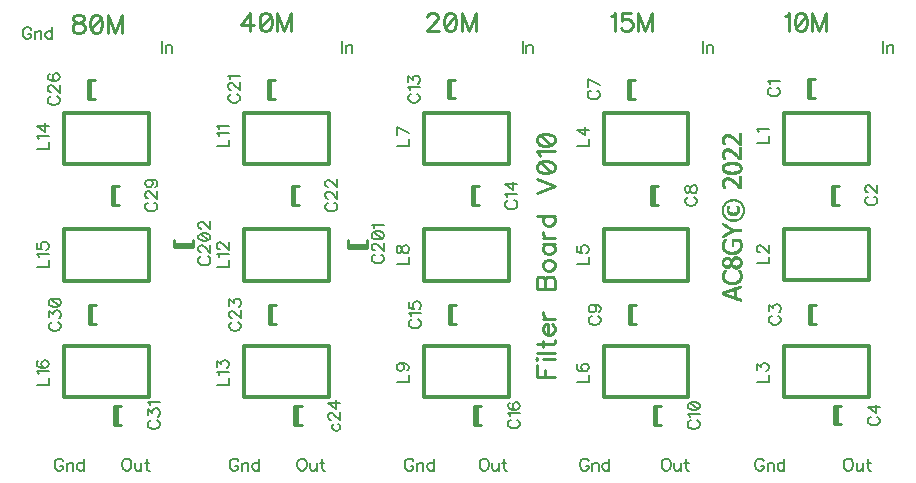
<source format=gbr>
G04 DipTrace 3.3.1.1*
G04 TopSilk.gbr*
%MOIN*%
G04 #@! TF.FileFunction,Legend,Top*
G04 #@! TF.Part,Single*
%ADD10C,0.009843*%
%ADD12C,0.003*%
%ADD18C,0.011811*%
%ADD30C,0.006176*%
%ADD31C,0.009264*%
%FSLAX26Y26*%
G04*
G70*
G90*
G75*
G01*
G04 TopSilk*
%LPD*%
X3103617Y1700304D2*
D10*
Y1763234D1*
X3096168Y1700304D2*
Y1763234D1*
Y1700304D2*
X3119727D1*
X3096168Y1763234D2*
X3119727D1*
X3182357Y1345974D2*
Y1408903D1*
X3174908Y1345974D2*
Y1408903D1*
Y1345974D2*
X3198467D1*
X3174908Y1408903D2*
X3198467D1*
X3106678Y948365D2*
Y1011294D1*
X3099230Y948365D2*
Y1011294D1*
Y948365D2*
X3122789D1*
X3099230Y1011294D2*
X3122789D1*
X3191541Y612824D2*
Y675753D1*
X3184092Y612824D2*
Y675753D1*
Y612824D2*
X3207651D1*
X3184092Y675753D2*
X3207651D1*
X2503239Y1698890D2*
Y1761819D1*
X2495790Y1698890D2*
Y1761819D1*
Y1698890D2*
X2519349D1*
X2495790Y1761819D2*
X2519349D1*
X2581979Y1344559D2*
Y1407488D1*
X2574530Y1344559D2*
Y1407488D1*
Y1344559D2*
X2598089D1*
X2574530Y1407488D2*
X2598089D1*
X2506301Y946950D2*
Y1009879D1*
X2498852Y946950D2*
Y1009879D1*
Y946950D2*
X2522411D1*
X2498852Y1009879D2*
X2522411D1*
X2591163Y611409D2*
Y674339D1*
X2583714Y611409D2*
Y674339D1*
Y611409D2*
X2607273D1*
X2583714Y674339D2*
X2607273D1*
X1903836Y1699427D2*
Y1762356D1*
X1896387Y1699427D2*
Y1762356D1*
Y1699427D2*
X1919946D1*
X1896387Y1762356D2*
X1919946D1*
X1982576Y1345096D2*
Y1408025D1*
X1975127Y1345096D2*
Y1408025D1*
Y1345096D2*
X1998686D1*
X1975127Y1408025D2*
X1998686D1*
X1906898Y947487D2*
Y1010416D1*
X1899449Y947487D2*
Y1010416D1*
Y947487D2*
X1923008D1*
X1899449Y1010416D2*
X1923008D1*
X1991760Y611946D2*
Y674875D1*
X1984311Y611946D2*
Y674875D1*
Y611946D2*
X2007870D1*
X1984311Y674875D2*
X2007870D1*
X1304273Y1699083D2*
Y1762012D1*
X1296824Y1699083D2*
Y1762012D1*
Y1699083D2*
X1320383D1*
X1296824Y1762012D2*
X1320383D1*
X1383013Y1344752D2*
Y1407681D1*
X1375564Y1344752D2*
Y1407681D1*
Y1344752D2*
X1399123D1*
X1375564Y1407681D2*
X1399123D1*
X1307335Y947143D2*
Y1010072D1*
X1299886Y947143D2*
Y1010072D1*
Y947143D2*
X1323445D1*
X1299886Y1010072D2*
X1323445D1*
X1392197Y611602D2*
Y674531D1*
X1384748Y611602D2*
Y674531D1*
Y611602D2*
X1408307D1*
X1384748Y674531D2*
X1408307D1*
X703726Y1699098D2*
Y1762028D1*
X696277Y1699098D2*
Y1762028D1*
Y1699098D2*
X719836D1*
X696277Y1762028D2*
X719836D1*
X782466Y1344768D2*
Y1407697D1*
X775017Y1344768D2*
Y1407697D1*
Y1344768D2*
X798576D1*
X775017Y1407697D2*
X798576D1*
X706787Y947159D2*
Y1010088D1*
X699339Y947159D2*
Y1010088D1*
Y947159D2*
X722898D1*
X699339Y1010088D2*
X722898D1*
X791650Y611618D2*
Y674547D1*
X784201Y611618D2*
Y674547D1*
Y611618D2*
X807760D1*
X784201Y674547D2*
X807760D1*
X3016727Y1652608D2*
D18*
X3298331D1*
Y1481196D1*
X3016727D1*
Y1652608D1*
Y1264255D2*
X3298331D1*
Y1092844D1*
X3016727D1*
Y1264255D1*
Y875903D2*
X3298331D1*
Y704454D1*
X3016727D1*
Y875903D1*
X2416349Y1651193D2*
X2697953D1*
Y1479781D1*
X2416349D1*
Y1651193D1*
Y1262841D2*
X2697953D1*
Y1091429D1*
X2416349D1*
Y1262841D1*
Y874488D2*
X2697953D1*
Y703039D1*
X2416349D1*
Y874488D1*
X1816946Y1651730D2*
X2098551D1*
Y1480318D1*
X1816946D1*
Y1651730D1*
Y1263377D2*
X2098551D1*
Y1091966D1*
X1816946D1*
Y1263377D1*
Y875025D2*
X2098551D1*
Y703576D1*
X1816946D1*
Y875025D1*
X1217383Y1651386D2*
X1498988D1*
Y1479974D1*
X1217383D1*
Y1651386D1*
Y1263033D2*
X1498988D1*
Y1091622D1*
X1217383D1*
Y1263033D1*
Y874681D2*
X1498988D1*
Y703232D1*
X1217383D1*
Y874681D1*
X616836Y1651402D2*
X898440D1*
Y1479990D1*
X616836D1*
Y1651402D1*
Y1263049D2*
X898440D1*
Y1091638D1*
X616836D1*
Y1263049D1*
Y874697D2*
X898440D1*
Y703248D1*
X616836D1*
Y874697D1*
X1046892Y1212840D2*
D10*
X983963D1*
X1046892Y1205391D2*
X983963D1*
X1046892D2*
Y1228950D1*
X983963Y1205391D2*
Y1228950D1*
X1625177Y1210042D2*
X1562248D1*
X1625177Y1202593D2*
X1562248D1*
X1625177D2*
Y1226152D1*
X1562248Y1202593D2*
Y1226152D1*
X2867467Y1584177D2*
D12*
X2873467D1*
X2867467Y1582677D2*
X2873467D1*
X2822467Y1581177D2*
X2831467D1*
X2867467D2*
X2873467D1*
X2819582Y1579677D2*
X2835097D1*
X2867467D2*
X2873467D1*
X2817227Y1578177D2*
X2838277D1*
X2867467D2*
X2873467D1*
X2815343Y1576677D2*
X2840891D1*
X2867467D2*
X2873467D1*
X2813847Y1575177D2*
X2843047D1*
X2867467D2*
X2873467D1*
X2812687Y1573677D2*
X2845022D1*
X2867467D2*
X2873467D1*
X2811785Y1572177D2*
X2822768D1*
X2831167D2*
X2847002D1*
X2867467D2*
X2873467D1*
X2811093Y1570677D2*
X2820449D1*
X2834985D2*
X2848934D1*
X2867467D2*
X2873467D1*
X2810530Y1569177D2*
X2818691D1*
X2838238D2*
X2850713D1*
X2867467D2*
X2873467D1*
X2809989Y1567677D2*
X2817503D1*
X2840878D2*
X2852358D1*
X2867467D2*
X2873467D1*
X2809524Y1566177D2*
X2816700D1*
X2843043D2*
X2853924D1*
X2867467D2*
X2873467D1*
X2809231Y1564677D2*
X2816060D1*
X2845021D2*
X2855451D1*
X2867467D2*
X2873467D1*
X2809085Y1563177D2*
X2815607D1*
X2847001D2*
X2856961D1*
X2867467D2*
X2873467D1*
X2809070Y1561677D2*
X2815362D1*
X2848934D2*
X2858465D1*
X2867467D2*
X2873467D1*
X2809233Y1560177D2*
X2815660D1*
X2850713D2*
X2859961D1*
X2867467D2*
X2873467D1*
X2809582Y1558677D2*
X2816004D1*
X2852358D2*
X2861408D1*
X2867461D2*
X2873467D1*
X2809969Y1557177D2*
X2816296D1*
X2853924D2*
X2862716D1*
X2867404D2*
X2873467D1*
X2810282Y1555677D2*
X2816623D1*
X2855451D2*
X2863844D1*
X2867172D2*
X2873467D1*
X2810611Y1554177D2*
X2817101D1*
X2856961D2*
X2864898D1*
X2866660D2*
X2873467D1*
X2811040Y1552677D2*
X2817754D1*
X2858465D2*
X2873467D1*
X2811508Y1551177D2*
X2818577D1*
X2859967D2*
X2873467D1*
X2812013Y1549677D2*
X2819480D1*
X2861467D2*
X2873467D1*
X2812676Y1548177D2*
X2820279D1*
X2862967D2*
X2873467D1*
X2813467Y1546677D2*
X2820967D1*
X2864467D2*
X2873467D1*
X2865967Y1545177D2*
X2873467D1*
X2867467Y1536177D2*
X2873467D1*
X2867467Y1534677D2*
X2873467D1*
X2822467Y1533177D2*
X2831467D1*
X2867467D2*
X2873467D1*
X2819582Y1531677D2*
X2835097D1*
X2867467D2*
X2873467D1*
X2817227Y1530177D2*
X2838277D1*
X2867467D2*
X2873467D1*
X2815343Y1528677D2*
X2840891D1*
X2867467D2*
X2873467D1*
X2813847Y1527177D2*
X2843047D1*
X2867467D2*
X2873467D1*
X2812687Y1525677D2*
X2845022D1*
X2867467D2*
X2873467D1*
X2811785Y1524177D2*
X2822768D1*
X2831167D2*
X2847002D1*
X2867467D2*
X2873467D1*
X2811093Y1522677D2*
X2820449D1*
X2834985D2*
X2848934D1*
X2867467D2*
X2873467D1*
X2810530Y1521177D2*
X2818691D1*
X2838238D2*
X2850713D1*
X2867467D2*
X2873467D1*
X2809989Y1519677D2*
X2817503D1*
X2840878D2*
X2852358D1*
X2867467D2*
X2873467D1*
X2809524Y1518177D2*
X2816700D1*
X2843043D2*
X2853924D1*
X2867467D2*
X2873467D1*
X2809231Y1516677D2*
X2816060D1*
X2845021D2*
X2855451D1*
X2867467D2*
X2873467D1*
X2809085Y1515177D2*
X2815607D1*
X2847001D2*
X2856961D1*
X2867467D2*
X2873467D1*
X2809070Y1513677D2*
X2815362D1*
X2848934D2*
X2858465D1*
X2867467D2*
X2873467D1*
X2809233Y1512177D2*
X2815660D1*
X2850713D2*
X2859961D1*
X2867467D2*
X2873467D1*
X2809582Y1510677D2*
X2816004D1*
X2852358D2*
X2861408D1*
X2867461D2*
X2873467D1*
X2809969Y1509177D2*
X2816296D1*
X2853924D2*
X2862716D1*
X2867404D2*
X2873467D1*
X2810282Y1507677D2*
X2816623D1*
X2855451D2*
X2863844D1*
X2867172D2*
X2873467D1*
X2810611Y1506177D2*
X2817101D1*
X2856961D2*
X2864898D1*
X2866660D2*
X2873467D1*
X2811040Y1504677D2*
X2817754D1*
X2858465D2*
X2873467D1*
X2811508Y1503177D2*
X2818577D1*
X2859967D2*
X2873467D1*
X2812013Y1501677D2*
X2819480D1*
X2861467D2*
X2873467D1*
X2812676Y1500177D2*
X2820279D1*
X2862967D2*
X2873467D1*
X2813467Y1498677D2*
X2820967D1*
X2864467D2*
X2873467D1*
X2865967Y1497177D2*
X2873467D1*
X2832967Y1488177D2*
X2852467D1*
X2827383Y1486677D2*
X2857994D1*
X2822703Y1485177D2*
X2862482D1*
X2819020Y1483677D2*
X2865811D1*
X2816245Y1482177D2*
X2868249D1*
X2814252Y1480677D2*
X2870124D1*
X2812853Y1479177D2*
X2830915D1*
X2855041D2*
X2871605D1*
X2811850Y1477677D2*
X2825540D1*
X2859863D2*
X2872755D1*
X2811116Y1476177D2*
X2821700D1*
X2863450D2*
X2873646D1*
X2810539Y1474677D2*
X2818833D1*
X2866123D2*
X2874284D1*
X2809992Y1473177D2*
X2817609D1*
X2867333D2*
X2874655D1*
X2809525Y1471677D2*
X2816756D1*
X2868153D2*
X2874837D1*
X2809231Y1470177D2*
X2816133D1*
X2868604D2*
X2874916D1*
X2809085Y1468677D2*
X2815665D1*
X2868813D2*
X2874949D1*
X2809070Y1467177D2*
X2815821D1*
X2868852D2*
X2874961D1*
X2809233Y1465677D2*
X2816132D1*
X2868685D2*
X2874959D1*
X2809588Y1464177D2*
X2816592D1*
X2868222D2*
X2874908D1*
X2810027Y1462677D2*
X2817230D1*
X2867524D2*
X2874711D1*
X2810531Y1461177D2*
X2819052D1*
X2865721D2*
X2874294D1*
X2811232Y1459677D2*
X2822086D1*
X2862810D2*
X2873659D1*
X2812151Y1458177D2*
X2826691D1*
X2858416D2*
X2872789D1*
X2813270Y1456677D2*
X2832559D1*
X2852728D2*
X2871644D1*
X2814714Y1455177D2*
X2870208D1*
X2816630Y1453677D2*
X2868265D1*
X2819325Y1452177D2*
X2865350D1*
X2823418Y1450677D2*
X2860951D1*
X2829210Y1449177D2*
X2854917D1*
X2835967Y1447677D2*
X2847967D1*
X2867467Y1440177D2*
X2873467D1*
X2867467Y1438677D2*
X2873467D1*
X2822467Y1437177D2*
X2831467D1*
X2867467D2*
X2873467D1*
X2819582Y1435677D2*
X2835097D1*
X2867467D2*
X2873467D1*
X2817227Y1434177D2*
X2838277D1*
X2867467D2*
X2873467D1*
X2815343Y1432677D2*
X2840891D1*
X2867467D2*
X2873467D1*
X2813847Y1431177D2*
X2843047D1*
X2867467D2*
X2873467D1*
X2812687Y1429677D2*
X2845022D1*
X2867467D2*
X2873467D1*
X2811785Y1428177D2*
X2822768D1*
X2831167D2*
X2847002D1*
X2867467D2*
X2873467D1*
X2811093Y1426677D2*
X2820449D1*
X2834985D2*
X2848934D1*
X2867467D2*
X2873467D1*
X2810530Y1425177D2*
X2818691D1*
X2838238D2*
X2850713D1*
X2867467D2*
X2873467D1*
X2809989Y1423677D2*
X2817503D1*
X2840878D2*
X2852358D1*
X2867467D2*
X2873467D1*
X2809524Y1422177D2*
X2816700D1*
X2843043D2*
X2853924D1*
X2867467D2*
X2873467D1*
X2809231Y1420677D2*
X2816060D1*
X2845021D2*
X2855451D1*
X2867467D2*
X2873467D1*
X2809085Y1419177D2*
X2815607D1*
X2847001D2*
X2856961D1*
X2867467D2*
X2873467D1*
X2809070Y1417677D2*
X2815362D1*
X2848934D2*
X2858465D1*
X2867467D2*
X2873467D1*
X2809233Y1416177D2*
X2815660D1*
X2850713D2*
X2859961D1*
X2867467D2*
X2873467D1*
X2809582Y1414677D2*
X2816004D1*
X2852358D2*
X2861408D1*
X2867461D2*
X2873467D1*
X2809969Y1413177D2*
X2816296D1*
X2853924D2*
X2862716D1*
X2867404D2*
X2873467D1*
X2810282Y1411677D2*
X2816623D1*
X2855451D2*
X2863844D1*
X2867172D2*
X2873467D1*
X2810611Y1410177D2*
X2817101D1*
X2856961D2*
X2864898D1*
X2866660D2*
X2873467D1*
X2811040Y1408677D2*
X2817754D1*
X2858465D2*
X2873467D1*
X2811508Y1407177D2*
X2818577D1*
X2859967D2*
X2873467D1*
X2812013Y1405677D2*
X2819480D1*
X2861467D2*
X2873467D1*
X2812676Y1404177D2*
X2820279D1*
X2862967D2*
X2873467D1*
X2813467Y1402677D2*
X2820967D1*
X2864467D2*
X2873467D1*
X2865967Y1401177D2*
X2873467D1*
X2835967Y1363677D2*
X2855467D1*
X2832973Y1362177D2*
X2859097D1*
X2830032Y1360677D2*
X2862282D1*
X2827281Y1359177D2*
X2839563D1*
X2853847D2*
X2864944D1*
X2824890Y1357677D2*
X2834867D1*
X2857898D2*
X2867232D1*
X2822884Y1356177D2*
X2831112D1*
X2861371D2*
X2869323D1*
X2821145Y1354677D2*
X2828234D1*
X2864243D2*
X2871137D1*
X2819592Y1353177D2*
X2826016D1*
X2866617D2*
X2872586D1*
X2818241Y1351677D2*
X2824188D1*
X2868584D2*
X2873853D1*
X2817091Y1350177D2*
X2822551D1*
X2870254D2*
X2875108D1*
X2816022Y1348677D2*
X2821003D1*
X2871658D2*
X2876300D1*
X2814979Y1347177D2*
X2819536D1*
X2872831D2*
X2877336D1*
X2814035Y1345677D2*
X2818226D1*
X2873907D2*
X2878232D1*
X2813227Y1344177D2*
X2817142D1*
X2874954D2*
X2879043D1*
X2812571Y1342677D2*
X2816270D1*
X2875899D2*
X2879773D1*
X2812023Y1341177D2*
X2815587D1*
X2828467D2*
X2834467D1*
X2856967D2*
X2862967D1*
X2876707D2*
X2880390D1*
X2811486Y1339677D2*
X2815029D1*
X2827954D2*
X2833897D1*
X2857897D2*
X2863891D1*
X2877363D2*
X2880922D1*
X2811018Y1338177D2*
X2814488D1*
X2827502D2*
X2833259D1*
X2858753D2*
X2864694D1*
X2877911D2*
X2881452D1*
X2810672Y1336677D2*
X2814024D1*
X2827165D2*
X2832609D1*
X2859550D2*
X2865300D1*
X2878448D2*
X2881912D1*
X2810330Y1335177D2*
X2813725D1*
X2826827D2*
X2832024D1*
X2860269D2*
X2865660D1*
X2878911D2*
X2882204D1*
X2809902Y1333677D2*
X2813521D1*
X2826401D2*
X2831505D1*
X2860832D2*
X2865838D1*
X2879204D2*
X2882355D1*
X2809490Y1332177D2*
X2813262D1*
X2825990D2*
X2830986D1*
X2861172D2*
X2865917D1*
X2879355D2*
X2882423D1*
X2809218Y1330677D2*
X2812875D1*
X2825718D2*
X2830580D1*
X2861343D2*
X2865949D1*
X2879423D2*
X2882451D1*
X2809075Y1329177D2*
X2812485D1*
X2825581D2*
X2830357D1*
X2861413D2*
X2865961D1*
X2879451D2*
X2882461D1*
X2809016Y1327677D2*
X2812273D1*
X2825569D2*
X2830664D1*
X2861391D2*
X2865965D1*
X2879461D2*
X2882465D1*
X2809042Y1326177D2*
X2812323D1*
X2825733D2*
X2831062D1*
X2861199D2*
X2865961D1*
X2879465D2*
X2882467D1*
X2809223Y1324677D2*
X2812618D1*
X2826088D2*
X2831557D1*
X2860733D2*
X2865908D1*
X2879461D2*
X2882467D1*
X2809578Y1323177D2*
X2812982D1*
X2826527D2*
X2832200D1*
X2860048D2*
X2865712D1*
X2879408D2*
X2882467D1*
X2809961Y1321677D2*
X2813287D1*
X2827031D2*
X2833718D1*
X2858548D2*
X2865294D1*
X2879217D2*
X2882461D1*
X2810228Y1320177D2*
X2813613D1*
X2827726D2*
X2838626D1*
X2854057D2*
X2864659D1*
X2878852D2*
X2882409D1*
X2810420Y1318677D2*
X2814041D1*
X2828598D2*
X2846745D1*
X2846717D2*
X2863789D1*
X2878415D2*
X2882212D1*
X2810681Y1317177D2*
X2814504D1*
X2829579D2*
X2862650D1*
X2877956D2*
X2881800D1*
X2811119Y1315677D2*
X2814972D1*
X2830854D2*
X2861267D1*
X2877405D2*
X2881218D1*
X2811711Y1314177D2*
X2815533D1*
X2832720D2*
X2859540D1*
X2876760D2*
X2880544D1*
X2812388Y1312677D2*
X2816232D1*
X2835290D2*
X2857236D1*
X2876054D2*
X2879824D1*
X2813110Y1311177D2*
X2817130D1*
X2838475D2*
X2854277D1*
X2875271D2*
X2879081D1*
X2813854Y1309677D2*
X2818273D1*
X2841967D2*
X2850967D1*
X2874333D2*
X2878287D1*
X2814653Y1308177D2*
X2819595D1*
X2873172D2*
X2877395D1*
X2815598Y1306677D2*
X2821017D1*
X2871843D2*
X2876424D1*
X2816761Y1305177D2*
X2822491D1*
X2870413D2*
X2875453D1*
X2818091Y1303677D2*
X2824038D1*
X2868885D2*
X2874406D1*
X2819521Y1302177D2*
X2825789D1*
X2867141D2*
X2873146D1*
X2821044Y1300677D2*
X2828020D1*
X2864913D2*
X2871600D1*
X2822729Y1299177D2*
X2831391D1*
X2861543D2*
X2869749D1*
X2824649Y1297677D2*
X2837299D1*
X2855635D2*
X2867643D1*
X2826838Y1296177D2*
X2846790D1*
X2846145D2*
X2865283D1*
X2829436Y1294677D2*
X2862655D1*
X2832555Y1293177D2*
X2859847D1*
X2835967Y1291677D2*
X2856967D1*
X2810467Y1285677D2*
X2811967D1*
X2810467Y1284177D2*
X2814397D1*
X2810479Y1282677D2*
X2816759D1*
X2810590Y1281177D2*
X2819109D1*
X2810854Y1279677D2*
X2821524D1*
X2812018Y1278177D2*
X2824005D1*
X2813675Y1276677D2*
X2826474D1*
X2815756Y1275177D2*
X2828963D1*
X2818094Y1273677D2*
X2831480D1*
X2820506Y1272177D2*
X2833964D1*
X2822974Y1270677D2*
X2836453D1*
X2825484Y1269177D2*
X2838915D1*
X2827971Y1267677D2*
X2841161D1*
X2830518Y1266177D2*
X2843131D1*
X2833227Y1264677D2*
X2873467D1*
X2836069Y1263177D2*
X2873467D1*
X2838967Y1261677D2*
X2873467D1*
X2836891Y1260177D2*
X2873467D1*
X2834700Y1258677D2*
X2873467D1*
X2832359Y1257177D2*
X2873467D1*
X2829910Y1255677D2*
X2845024D1*
X2827453Y1254177D2*
X2842217D1*
X2824969Y1252677D2*
X2839582D1*
X2822454Y1251177D2*
X2837019D1*
X2819970Y1249677D2*
X2834472D1*
X2817487Y1248177D2*
X2831976D1*
X2815085Y1246677D2*
X2829477D1*
X2813093Y1245177D2*
X2826956D1*
X2811536Y1243677D2*
X2824465D1*
X2810983Y1242177D2*
X2821923D1*
X2810685Y1240677D2*
X2819269D1*
X2810552Y1239177D2*
X2816651D1*
X2810497Y1237677D2*
X2814234D1*
X2810467Y1236177D2*
X2811967D1*
X2841967Y1231677D2*
X2868967D1*
X2814967Y1230177D2*
X2823967D1*
X2841967D2*
X2870178D1*
X2814043Y1228677D2*
X2822705D1*
X2841967D2*
X2871108D1*
X2813234Y1227177D2*
X2821629D1*
X2841967D2*
X2871802D1*
X2812575Y1225677D2*
X2820715D1*
X2841967D2*
X2872410D1*
X2812025Y1224177D2*
X2819890D1*
X2841967D2*
X2872953D1*
X2811487Y1222677D2*
X2819111D1*
X2841967D2*
X2847967D1*
X2867699D2*
X2873448D1*
X2811018Y1221177D2*
X2818354D1*
X2841967D2*
X2847967D1*
X2868071D2*
X2873962D1*
X2810672Y1219677D2*
X2817654D1*
X2841967D2*
X2847967D1*
X2868459D2*
X2874416D1*
X2810330Y1218177D2*
X2817092D1*
X2841967D2*
X2847967D1*
X2868722D2*
X2874706D1*
X2809902Y1216677D2*
X2816702D1*
X2841967D2*
X2847967D1*
X2868861D2*
X2874856D1*
X2809490Y1215177D2*
X2816341D1*
X2841967D2*
X2847967D1*
X2868925D2*
X2874923D1*
X2809218Y1213677D2*
X2815907D1*
X2841967D2*
X2847967D1*
X2868951D2*
X2874951D1*
X2809075Y1212177D2*
X2815497D1*
X2841967D2*
X2847967D1*
X2868962D2*
X2874961D1*
X2809016Y1210677D2*
X2815277D1*
X2841967D2*
X2847967D1*
X2868965D2*
X2874965D1*
X2809042Y1209177D2*
X2815325D1*
X2841967D2*
X2847967D1*
X2868967D2*
X2874967D1*
X2809223Y1207677D2*
X2815619D1*
X2868961D2*
X2874967D1*
X2809578Y1206177D2*
X2815983D1*
X2868909D2*
X2874967D1*
X2809967Y1204677D2*
X2816293D1*
X2868712D2*
X2874961D1*
X2810281Y1203177D2*
X2816672D1*
X2868294D2*
X2874909D1*
X2810611Y1201677D2*
X2817290D1*
X2867659D2*
X2874712D1*
X2811040Y1200177D2*
X2818119D1*
X2866789D2*
X2874300D1*
X2811509Y1198677D2*
X2819031D1*
X2865656D2*
X2873718D1*
X2812025Y1197177D2*
X2820102D1*
X2864331D2*
X2873044D1*
X2812724Y1195677D2*
X2821556D1*
X2862846D2*
X2872324D1*
X2813592Y1194177D2*
X2823569D1*
X2861070D2*
X2871581D1*
X2814514Y1192677D2*
X2826243D1*
X2858724D2*
X2870781D1*
X2815540Y1191177D2*
X2829573D1*
X2855632D2*
X2869831D1*
X2816799Y1189677D2*
X2833412D1*
X2851931D2*
X2868609D1*
X2818395Y1188177D2*
X2867029D1*
X2820441Y1186677D2*
X2864984D1*
X2822964Y1185177D2*
X2862406D1*
X2825939Y1183677D2*
X2859200D1*
X2829339Y1182177D2*
X2855288D1*
X2832967Y1180677D2*
X2850967D1*
Y1173177D2*
X2861467D1*
X2820967Y1171677D2*
X2829967D1*
X2848781D2*
X2864352D1*
X2818319Y1170177D2*
X2832160D1*
X2846903D2*
X2866714D1*
X2816134Y1168677D2*
X2834096D1*
X2845370D2*
X2868644D1*
X2814497Y1167177D2*
X2835871D1*
X2844076D2*
X2870284D1*
X2813197Y1165677D2*
X2837700D1*
X2842693D2*
X2871666D1*
X2812103Y1164177D2*
X2839753D1*
X2840949D2*
X2852768D1*
X2862672D2*
X2872777D1*
X2811303Y1162677D2*
X2819473D1*
X2833193D2*
X2850443D1*
X2865044D2*
X2873654D1*
X2810792Y1161177D2*
X2818032D1*
X2835001D2*
X2848638D1*
X2866988D2*
X2874287D1*
X2810377Y1159677D2*
X2816776D1*
X2836586D2*
X2847306D1*
X2868481D2*
X2874655D1*
X2809920Y1158177D2*
X2815832D1*
X2837805D2*
X2846283D1*
X2869645D2*
X2874837D1*
X2809496Y1156677D2*
X2815140D1*
X2837977D2*
X2845420D1*
X2870068D2*
X2874917D1*
X2809220Y1155177D2*
X2814589D1*
X2837554D2*
X2844672D1*
X2870297D2*
X2874949D1*
X2809081Y1153677D2*
X2814157D1*
X2836975D2*
X2844048D1*
X2870395D2*
X2874961D1*
X2809069Y1152177D2*
X2814318D1*
X2836297D2*
X2843520D1*
X2870384D2*
X2874965D1*
X2809233Y1150677D2*
X2814631D1*
X2835571D2*
X2843047D1*
X2870203D2*
X2874966D1*
X2809588Y1149177D2*
X2815079D1*
X2834777D2*
X2842670D1*
X2869791D2*
X2874961D1*
X2810021Y1147677D2*
X2815836D1*
X2833800D2*
X2842958D1*
X2869153D2*
X2874909D1*
X2810479Y1146177D2*
X2816898D1*
X2832598D2*
X2844114D1*
X2868183D2*
X2874712D1*
X2811035Y1144677D2*
X2819812D1*
X2829651D2*
X2845685D1*
X2866859D2*
X2874294D1*
X2811733Y1143177D2*
X2824350D1*
X2825095D2*
X2850307D1*
X2862971D2*
X2873659D1*
X2812630Y1141677D2*
X2838967D1*
X2842262D2*
X2857367D1*
X2856919D2*
X2872789D1*
X2813784Y1140177D2*
X2837461D1*
X2842891D2*
X2871656D1*
X2815221Y1138677D2*
X2835904D1*
X2843947D2*
X2870326D1*
X2817107Y1137177D2*
X2834172D1*
X2845453D2*
X2868791D1*
X2819600Y1135677D2*
X2832160D1*
X2847451D2*
X2866859D1*
X2822467Y1134177D2*
X2829967D1*
X2849867D2*
X2864346D1*
X2852467Y1132677D2*
X2861467D1*
X2814967Y1126677D2*
X2823967D1*
X2862967D2*
X2870467D1*
X2814037Y1125177D2*
X2822524D1*
X2863718D2*
X2871391D1*
X2813182Y1123677D2*
X2821222D1*
X2864589D2*
X2872200D1*
X2812384Y1122177D2*
X2820135D1*
X2865453D2*
X2872859D1*
X2811666Y1120677D2*
X2819216D1*
X2866227D2*
X2873410D1*
X2811096Y1119177D2*
X2818396D1*
X2866870D2*
X2873947D1*
X2810704Y1117677D2*
X2817669D1*
X2867414D2*
X2874411D1*
X2810342Y1116177D2*
X2817098D1*
X2867949D2*
X2874704D1*
X2809907Y1114677D2*
X2816704D1*
X2868411D2*
X2874855D1*
X2809492Y1113177D2*
X2816342D1*
X2868704D2*
X2874923D1*
X2809218Y1111677D2*
X2815913D1*
X2868855D2*
X2874951D1*
X2809075Y1110177D2*
X2815550D1*
X2868923D2*
X2874961D1*
X2809016Y1108677D2*
X2815468D1*
X2868951D2*
X2874965D1*
X2809042Y1107177D2*
X2815684D1*
X2868955D2*
X2874967D1*
X2809223Y1105677D2*
X2816009D1*
X2868907D2*
X2874967D1*
X2809578Y1104177D2*
X2816297D1*
X2868711D2*
X2874961D1*
X2809967Y1102677D2*
X2816623D1*
X2868299D2*
X2874909D1*
X2810281Y1101177D2*
X2817101D1*
X2867718D2*
X2874717D1*
X2810617Y1099677D2*
X2817760D1*
X2867033D2*
X2874352D1*
X2811093Y1098177D2*
X2818646D1*
X2866206D2*
X2873909D1*
X2811701Y1096677D2*
X2819841D1*
X2865075D2*
X2873404D1*
X2812390Y1095177D2*
X2821417D1*
X2863492D2*
X2872708D1*
X2813167Y1093677D2*
X2823505D1*
X2861471D2*
X2871842D1*
X2814103Y1092177D2*
X2826216D1*
X2858926D2*
X2870920D1*
X2815268Y1090677D2*
X2829563D1*
X2855722D2*
X2869894D1*
X2816650Y1089177D2*
X2833408D1*
X2851965D2*
X2868641D1*
X2818277Y1087677D2*
X2867092D1*
X2820223Y1086177D2*
X2865185D1*
X2822595Y1084677D2*
X2862829D1*
X2825561Y1083177D2*
X2859870D1*
X2829125Y1081677D2*
X2856308D1*
X2832967Y1080177D2*
X2852467D1*
X2870467Y1075677D2*
X2873467D1*
X2865967Y1074177D2*
X2873467D1*
X2861467Y1072677D2*
X2873450D1*
X2856967Y1071177D2*
X2873274D1*
X2852467Y1069677D2*
X2872852D1*
X2847967Y1068177D2*
X2870779D1*
X2843467Y1066677D2*
X2867755D1*
X2838967Y1065177D2*
X2864150D1*
X2834467Y1063677D2*
X2860712D1*
X2829967Y1062177D2*
X2857774D1*
X2825479Y1060677D2*
X2856397D1*
X2821102Y1059177D2*
X2846461D1*
X2849467D2*
X2855901D1*
X2817160Y1057677D2*
X2841909D1*
X2849467D2*
X2855645D1*
X2814128Y1056177D2*
X2837223D1*
X2849467D2*
X2855534D1*
X2811878Y1054677D2*
X2832421D1*
X2849467D2*
X2855491D1*
X2811142Y1053177D2*
X2827764D1*
X2849467D2*
X2855475D1*
X2810750Y1051677D2*
X2823493D1*
X2849467D2*
X2855470D1*
X2810588Y1050177D2*
X2819467D1*
X2849467D2*
X2855468D1*
X2810642Y1048677D2*
X2823788D1*
X2849467D2*
X2855467D1*
X2810908Y1047177D2*
X2828303D1*
X2849467D2*
X2855467D1*
X2812239Y1045677D2*
X2832875D1*
X2849461D2*
X2855467D1*
X2815127Y1044177D2*
X2837483D1*
X2849404D2*
X2855467D1*
X2818704Y1042677D2*
X2842242D1*
X2849172D2*
X2855485D1*
X2822766Y1041177D2*
X2847267D1*
X2848660D2*
X2855661D1*
X2827081Y1039677D2*
X2856082D1*
X2831508Y1038177D2*
X2858155D1*
X2835981Y1036677D2*
X2861180D1*
X2840472Y1035177D2*
X2864785D1*
X2844969Y1033677D2*
X2868222D1*
X2849468Y1032177D2*
X2871160D1*
X2853967Y1030677D2*
X2872537D1*
X2858467Y1029177D2*
X2873034D1*
X2862967Y1027677D2*
X2873290D1*
X2867467Y1026177D2*
X2873404D1*
X2871967Y1024677D2*
X2873467D1*
X2867467Y1584177D2*
Y1582677D1*
Y1581177D1*
Y1579677D1*
Y1578177D1*
Y1576677D1*
Y1575177D1*
Y1573677D1*
Y1572177D1*
Y1570677D1*
Y1569177D1*
Y1567677D1*
Y1566177D1*
Y1564677D1*
Y1563177D1*
Y1561677D1*
Y1560177D1*
X2867461Y1558677D1*
X2867404Y1557177D1*
X2867172Y1555677D1*
X2866660Y1554177D1*
X2865967Y1552677D1*
X2873467Y1584177D2*
Y1582677D1*
Y1581177D1*
Y1579677D1*
Y1578177D1*
Y1576677D1*
Y1575177D1*
Y1573677D1*
Y1572177D1*
Y1570677D1*
Y1569177D1*
Y1567677D1*
Y1566177D1*
Y1564677D1*
Y1563177D1*
Y1561677D1*
Y1560177D1*
Y1558677D1*
Y1557177D1*
Y1555677D1*
Y1554177D1*
Y1552677D1*
Y1551177D1*
Y1549677D1*
Y1548177D1*
Y1546677D1*
Y1545177D1*
X2822467Y1581177D2*
X2819582Y1579677D1*
X2817227Y1578177D1*
X2815343Y1576677D1*
X2813847Y1575177D1*
X2812687Y1573677D1*
X2811785Y1572177D1*
X2811093Y1570677D1*
X2810530Y1569177D1*
X2809989Y1567677D1*
X2809524Y1566177D1*
X2809231Y1564677D1*
X2809085Y1563177D1*
X2809070Y1561677D1*
X2809233Y1560177D1*
X2809582Y1558677D1*
X2809969Y1557177D1*
X2810282Y1555677D1*
X2810611Y1554177D1*
X2811040Y1552677D1*
X2811508Y1551177D1*
X2812013Y1549677D1*
X2812676Y1548177D1*
X2813467Y1546677D1*
X2831467Y1581177D2*
X2835097Y1579677D1*
X2838277Y1578177D1*
X2840891Y1576677D1*
X2843047Y1575177D1*
X2845022Y1573677D1*
X2847002Y1572177D1*
X2848934Y1570677D1*
X2850713Y1569177D1*
X2852358Y1567677D1*
X2853924Y1566177D1*
X2855451Y1564677D1*
X2856961Y1563177D1*
X2858465Y1561677D1*
X2859961Y1560177D1*
X2861408Y1558677D1*
X2862716Y1557177D1*
X2863844Y1555677D1*
X2864898Y1554177D1*
X2865967Y1552677D1*
X2825467Y1573677D2*
X2822768Y1572177D1*
X2820449Y1570677D1*
X2818691Y1569177D1*
X2817503Y1567677D1*
X2816700Y1566177D1*
X2816060Y1564677D1*
X2815607Y1563177D1*
X2815362Y1561677D1*
X2815660Y1560177D1*
X2816004Y1558677D1*
X2816296Y1557177D1*
X2816623Y1555677D1*
X2817101Y1554177D1*
X2817754Y1552677D1*
X2818577Y1551177D1*
X2819480Y1549677D1*
X2820279Y1548177D1*
X2820967Y1546677D1*
X2826967Y1573677D2*
X2831167Y1572177D1*
X2834985Y1570677D1*
X2838238Y1569177D1*
X2840878Y1567677D1*
X2843043Y1566177D1*
X2845021Y1564677D1*
X2847001Y1563177D1*
X2848934Y1561677D1*
X2850713Y1560177D1*
X2852358Y1558677D1*
X2853924Y1557177D1*
X2855451Y1555677D1*
X2856961Y1554177D1*
X2858465Y1552677D1*
X2859967Y1551177D1*
X2861467Y1549677D1*
X2862967Y1548177D1*
X2864467Y1546677D1*
X2865967Y1545177D1*
X2867467Y1536177D2*
Y1534677D1*
Y1533177D1*
Y1531677D1*
Y1530177D1*
Y1528677D1*
Y1527177D1*
Y1525677D1*
Y1524177D1*
Y1522677D1*
Y1521177D1*
Y1519677D1*
Y1518177D1*
Y1516677D1*
Y1515177D1*
Y1513677D1*
Y1512177D1*
X2867461Y1510677D1*
X2867404Y1509177D1*
X2867172Y1507677D1*
X2866660Y1506177D1*
X2865967Y1504677D1*
X2873467Y1536177D2*
Y1534677D1*
Y1533177D1*
Y1531677D1*
Y1530177D1*
Y1528677D1*
Y1527177D1*
Y1525677D1*
Y1524177D1*
Y1522677D1*
Y1521177D1*
Y1519677D1*
Y1518177D1*
Y1516677D1*
Y1515177D1*
Y1513677D1*
Y1512177D1*
Y1510677D1*
Y1509177D1*
Y1507677D1*
Y1506177D1*
Y1504677D1*
Y1503177D1*
Y1501677D1*
Y1500177D1*
Y1498677D1*
Y1497177D1*
X2822467Y1533177D2*
X2819582Y1531677D1*
X2817227Y1530177D1*
X2815343Y1528677D1*
X2813847Y1527177D1*
X2812687Y1525677D1*
X2811785Y1524177D1*
X2811093Y1522677D1*
X2810530Y1521177D1*
X2809989Y1519677D1*
X2809524Y1518177D1*
X2809231Y1516677D1*
X2809085Y1515177D1*
X2809070Y1513677D1*
X2809233Y1512177D1*
X2809582Y1510677D1*
X2809969Y1509177D1*
X2810282Y1507677D1*
X2810611Y1506177D1*
X2811040Y1504677D1*
X2811508Y1503177D1*
X2812013Y1501677D1*
X2812676Y1500177D1*
X2813467Y1498677D1*
X2831467Y1533177D2*
X2835097Y1531677D1*
X2838277Y1530177D1*
X2840891Y1528677D1*
X2843047Y1527177D1*
X2845022Y1525677D1*
X2847002Y1524177D1*
X2848934Y1522677D1*
X2850713Y1521177D1*
X2852358Y1519677D1*
X2853924Y1518177D1*
X2855451Y1516677D1*
X2856961Y1515177D1*
X2858465Y1513677D1*
X2859961Y1512177D1*
X2861408Y1510677D1*
X2862716Y1509177D1*
X2863844Y1507677D1*
X2864898Y1506177D1*
X2865967Y1504677D1*
X2825467Y1525677D2*
X2822768Y1524177D1*
X2820449Y1522677D1*
X2818691Y1521177D1*
X2817503Y1519677D1*
X2816700Y1518177D1*
X2816060Y1516677D1*
X2815607Y1515177D1*
X2815362Y1513677D1*
X2815660Y1512177D1*
X2816004Y1510677D1*
X2816296Y1509177D1*
X2816623Y1507677D1*
X2817101Y1506177D1*
X2817754Y1504677D1*
X2818577Y1503177D1*
X2819480Y1501677D1*
X2820279Y1500177D1*
X2820967Y1498677D1*
X2826967Y1525677D2*
X2831167Y1524177D1*
X2834985Y1522677D1*
X2838238Y1521177D1*
X2840878Y1519677D1*
X2843043Y1518177D1*
X2845021Y1516677D1*
X2847001Y1515177D1*
X2848934Y1513677D1*
X2850713Y1512177D1*
X2852358Y1510677D1*
X2853924Y1509177D1*
X2855451Y1507677D1*
X2856961Y1506177D1*
X2858465Y1504677D1*
X2859967Y1503177D1*
X2861467Y1501677D1*
X2862967Y1500177D1*
X2864467Y1498677D1*
X2865967Y1497177D1*
X2832967Y1488177D2*
X2827383Y1486677D1*
X2822703Y1485177D1*
X2819020Y1483677D1*
X2816245Y1482177D1*
X2814252Y1480677D1*
X2812853Y1479177D1*
X2811850Y1477677D1*
X2811116Y1476177D1*
X2810539Y1474677D1*
X2809992Y1473177D1*
X2809525Y1471677D1*
X2809231Y1470177D1*
X2809085Y1468677D1*
X2809070Y1467177D1*
X2809233Y1465677D1*
X2809588Y1464177D1*
X2810027Y1462677D1*
X2810531Y1461177D1*
X2811232Y1459677D1*
X2812151Y1458177D1*
X2813270Y1456677D1*
X2814714Y1455177D1*
X2816630Y1453677D1*
X2819325Y1452177D1*
X2823418Y1450677D1*
X2829210Y1449177D1*
X2835967Y1447677D1*
X2852467Y1488177D2*
X2857994Y1486677D1*
X2862482Y1485177D1*
X2865811Y1483677D1*
X2868249Y1482177D1*
X2870124Y1480677D1*
X2871605Y1479177D1*
X2872755Y1477677D1*
X2873646Y1476177D1*
X2874284Y1474677D1*
X2874655Y1473177D1*
X2874837Y1471677D1*
X2874916Y1470177D1*
X2874949Y1468677D1*
X2874961Y1467177D1*
X2874959Y1465677D1*
X2874908Y1464177D1*
X2874711Y1462677D1*
X2874294Y1461177D1*
X2873659Y1459677D1*
X2872789Y1458177D1*
X2871644Y1456677D1*
X2870208Y1455177D1*
X2868265Y1453677D1*
X2865350Y1452177D1*
X2860951Y1450677D1*
X2854917Y1449177D1*
X2847967Y1447677D1*
X2837467Y1480677D2*
X2830915Y1479177D1*
X2825540Y1477677D1*
X2821700Y1476177D1*
X2818833Y1474677D1*
X2817609Y1473177D1*
X2816756Y1471677D1*
X2816133Y1470177D1*
X2815665Y1468677D1*
X2815821Y1467177D1*
X2816132Y1465677D1*
X2816592Y1464177D1*
X2817230Y1462677D1*
X2819052Y1461177D1*
X2822086Y1459677D1*
X2826691Y1458177D1*
X2832559Y1456677D1*
X2838967Y1455177D1*
X2849467Y1480677D2*
X2855041Y1479177D1*
X2859863Y1477677D1*
X2863450Y1476177D1*
X2866123Y1474677D1*
X2867333Y1473177D1*
X2868153Y1471677D1*
X2868604Y1470177D1*
X2868813Y1468677D1*
X2868852Y1467177D1*
X2868685Y1465677D1*
X2868222Y1464177D1*
X2867524Y1462677D1*
X2865721Y1461177D1*
X2862810Y1459677D1*
X2858416Y1458177D1*
X2852728Y1456677D1*
X2846467Y1455177D1*
X2867467Y1440177D2*
Y1438677D1*
Y1437177D1*
Y1435677D1*
Y1434177D1*
Y1432677D1*
Y1431177D1*
Y1429677D1*
Y1428177D1*
Y1426677D1*
Y1425177D1*
Y1423677D1*
Y1422177D1*
Y1420677D1*
Y1419177D1*
Y1417677D1*
Y1416177D1*
X2867461Y1414677D1*
X2867404Y1413177D1*
X2867172Y1411677D1*
X2866660Y1410177D1*
X2865967Y1408677D1*
X2873467Y1440177D2*
Y1438677D1*
Y1437177D1*
Y1435677D1*
Y1434177D1*
Y1432677D1*
Y1431177D1*
Y1429677D1*
Y1428177D1*
Y1426677D1*
Y1425177D1*
Y1423677D1*
Y1422177D1*
Y1420677D1*
Y1419177D1*
Y1417677D1*
Y1416177D1*
Y1414677D1*
Y1413177D1*
Y1411677D1*
Y1410177D1*
Y1408677D1*
Y1407177D1*
Y1405677D1*
Y1404177D1*
Y1402677D1*
Y1401177D1*
X2822467Y1437177D2*
X2819582Y1435677D1*
X2817227Y1434177D1*
X2815343Y1432677D1*
X2813847Y1431177D1*
X2812687Y1429677D1*
X2811785Y1428177D1*
X2811093Y1426677D1*
X2810530Y1425177D1*
X2809989Y1423677D1*
X2809524Y1422177D1*
X2809231Y1420677D1*
X2809085Y1419177D1*
X2809070Y1417677D1*
X2809233Y1416177D1*
X2809582Y1414677D1*
X2809969Y1413177D1*
X2810282Y1411677D1*
X2810611Y1410177D1*
X2811040Y1408677D1*
X2811508Y1407177D1*
X2812013Y1405677D1*
X2812676Y1404177D1*
X2813467Y1402677D1*
X2831467Y1437177D2*
X2835097Y1435677D1*
X2838277Y1434177D1*
X2840891Y1432677D1*
X2843047Y1431177D1*
X2845022Y1429677D1*
X2847002Y1428177D1*
X2848934Y1426677D1*
X2850713Y1425177D1*
X2852358Y1423677D1*
X2853924Y1422177D1*
X2855451Y1420677D1*
X2856961Y1419177D1*
X2858465Y1417677D1*
X2859961Y1416177D1*
X2861408Y1414677D1*
X2862716Y1413177D1*
X2863844Y1411677D1*
X2864898Y1410177D1*
X2865967Y1408677D1*
X2825467Y1429677D2*
X2822768Y1428177D1*
X2820449Y1426677D1*
X2818691Y1425177D1*
X2817503Y1423677D1*
X2816700Y1422177D1*
X2816060Y1420677D1*
X2815607Y1419177D1*
X2815362Y1417677D1*
X2815660Y1416177D1*
X2816004Y1414677D1*
X2816296Y1413177D1*
X2816623Y1411677D1*
X2817101Y1410177D1*
X2817754Y1408677D1*
X2818577Y1407177D1*
X2819480Y1405677D1*
X2820279Y1404177D1*
X2820967Y1402677D1*
X2826967Y1429677D2*
X2831167Y1428177D1*
X2834985Y1426677D1*
X2838238Y1425177D1*
X2840878Y1423677D1*
X2843043Y1422177D1*
X2845021Y1420677D1*
X2847001Y1419177D1*
X2848934Y1417677D1*
X2850713Y1416177D1*
X2852358Y1414677D1*
X2853924Y1413177D1*
X2855451Y1411677D1*
X2856961Y1410177D1*
X2858465Y1408677D1*
X2859967Y1407177D1*
X2861467Y1405677D1*
X2862967Y1404177D1*
X2864467Y1402677D1*
X2865967Y1401177D1*
X2835967Y1363677D2*
X2832973Y1362177D1*
X2830032Y1360677D1*
X2827281Y1359177D1*
X2824890Y1357677D1*
X2822884Y1356177D1*
X2821145Y1354677D1*
X2819592Y1353177D1*
X2818241Y1351677D1*
X2817091Y1350177D1*
X2816022Y1348677D1*
X2814979Y1347177D1*
X2814035Y1345677D1*
X2813227Y1344177D1*
X2812571Y1342677D1*
X2812023Y1341177D1*
X2811486Y1339677D1*
X2811018Y1338177D1*
X2810672Y1336677D1*
X2810330Y1335177D1*
X2809902Y1333677D1*
X2809490Y1332177D1*
X2809218Y1330677D1*
X2809075Y1329177D1*
X2809016Y1327677D1*
X2809042Y1326177D1*
X2809223Y1324677D1*
X2809578Y1323177D1*
X2809961Y1321677D1*
X2810228Y1320177D1*
X2810420Y1318677D1*
X2810681Y1317177D1*
X2811119Y1315677D1*
X2811711Y1314177D1*
X2812388Y1312677D1*
X2813110Y1311177D1*
X2813854Y1309677D1*
X2814653Y1308177D1*
X2815598Y1306677D1*
X2816761Y1305177D1*
X2818091Y1303677D1*
X2819521Y1302177D1*
X2821044Y1300677D1*
X2822729Y1299177D1*
X2824649Y1297677D1*
X2826838Y1296177D1*
X2829436Y1294677D1*
X2832555Y1293177D1*
X2835967Y1291677D1*
X2855467Y1363677D2*
X2859097Y1362177D1*
X2862282Y1360677D1*
X2864944Y1359177D1*
X2867232Y1357677D1*
X2869323Y1356177D1*
X2871137Y1354677D1*
X2872586Y1353177D1*
X2873853Y1351677D1*
X2875108Y1350177D1*
X2876300Y1348677D1*
X2877336Y1347177D1*
X2878232Y1345677D1*
X2879043Y1344177D1*
X2879773Y1342677D1*
X2880390Y1341177D1*
X2880922Y1339677D1*
X2881452Y1338177D1*
X2881912Y1336677D1*
X2882204Y1335177D1*
X2882355Y1333677D1*
X2882423Y1332177D1*
X2882451Y1330677D1*
X2882461Y1329177D1*
X2882465Y1327677D1*
X2882467Y1326177D1*
Y1324677D1*
Y1323177D1*
X2882461Y1321677D1*
X2882409Y1320177D1*
X2882212Y1318677D1*
X2881800Y1317177D1*
X2881218Y1315677D1*
X2880544Y1314177D1*
X2879824Y1312677D1*
X2879081Y1311177D1*
X2878287Y1309677D1*
X2877395Y1308177D1*
X2876424Y1306677D1*
X2875453Y1305177D1*
X2874406Y1303677D1*
X2873146Y1302177D1*
X2871600Y1300677D1*
X2869749Y1299177D1*
X2867643Y1297677D1*
X2865283Y1296177D1*
X2862655Y1294677D1*
X2859847Y1293177D1*
X2856967Y1291677D1*
X2844967Y1360677D2*
X2839563Y1359177D1*
X2834867Y1357677D1*
X2831112Y1356177D1*
X2828234Y1354677D1*
X2826016Y1353177D1*
X2824188Y1351677D1*
X2822551Y1350177D1*
X2821003Y1348677D1*
X2819536Y1347177D1*
X2818226Y1345677D1*
X2817142Y1344177D1*
X2816270Y1342677D1*
X2815587Y1341177D1*
X2815029Y1339677D1*
X2814488Y1338177D1*
X2814024Y1336677D1*
X2813725Y1335177D1*
X2813521Y1333677D1*
X2813262Y1332177D1*
X2812875Y1330677D1*
X2812485Y1329177D1*
X2812273Y1327677D1*
X2812323Y1326177D1*
X2812618Y1324677D1*
X2812982Y1323177D1*
X2813287Y1321677D1*
X2813613Y1320177D1*
X2814041Y1318677D1*
X2814504Y1317177D1*
X2814972Y1315677D1*
X2815533Y1314177D1*
X2816232Y1312677D1*
X2817130Y1311177D1*
X2818273Y1309677D1*
X2819595Y1308177D1*
X2821017Y1306677D1*
X2822491Y1305177D1*
X2824038Y1303677D1*
X2825789Y1302177D1*
X2828020Y1300677D1*
X2831391Y1299177D1*
X2837299Y1297677D1*
X2846790Y1296177D1*
X2858467Y1294677D1*
X2849467Y1360677D2*
X2853847Y1359177D1*
X2857898Y1357677D1*
X2861371Y1356177D1*
X2864243Y1354677D1*
X2866617Y1353177D1*
X2868584Y1351677D1*
X2870254Y1350177D1*
X2871658Y1348677D1*
X2872831Y1347177D1*
X2873907Y1345677D1*
X2874954Y1344177D1*
X2875899Y1342677D1*
X2876707Y1341177D1*
X2877363Y1339677D1*
X2877911Y1338177D1*
X2878448Y1336677D1*
X2878911Y1335177D1*
X2879204Y1333677D1*
X2879355Y1332177D1*
X2879423Y1330677D1*
X2879451Y1329177D1*
X2879461Y1327677D1*
X2879465Y1326177D1*
X2879461Y1324677D1*
X2879408Y1323177D1*
X2879217Y1321677D1*
X2878852Y1320177D1*
X2878415Y1318677D1*
X2877956Y1317177D1*
X2877405Y1315677D1*
X2876760Y1314177D1*
X2876054Y1312677D1*
X2875271Y1311177D1*
X2874333Y1309677D1*
X2873172Y1308177D1*
X2871843Y1306677D1*
X2870413Y1305177D1*
X2868885Y1303677D1*
X2867141Y1302177D1*
X2864913Y1300677D1*
X2861543Y1299177D1*
X2855635Y1297677D1*
X2846145Y1296177D1*
X2834467Y1294677D1*
X2828467Y1341177D2*
X2827954Y1339677D1*
X2827502Y1338177D1*
X2827165Y1336677D1*
X2826827Y1335177D1*
X2826401Y1333677D1*
X2825990Y1332177D1*
X2825718Y1330677D1*
X2825581Y1329177D1*
X2825569Y1327677D1*
X2825733Y1326177D1*
X2826088Y1324677D1*
X2826527Y1323177D1*
X2827031Y1321677D1*
X2827726Y1320177D1*
X2828598Y1318677D1*
X2829579Y1317177D1*
X2830854Y1315677D1*
X2832720Y1314177D1*
X2835290Y1312677D1*
X2838475Y1311177D1*
X2841967Y1309677D1*
X2834467Y1341177D2*
X2833897Y1339677D1*
X2833259Y1338177D1*
X2832609Y1336677D1*
X2832024Y1335177D1*
X2831505Y1333677D1*
X2830986Y1332177D1*
X2830580Y1330677D1*
X2830357Y1329177D1*
X2830664Y1327677D1*
X2831062Y1326177D1*
X2831557Y1324677D1*
X2832200Y1323177D1*
X2833718Y1321677D1*
X2838626Y1320177D1*
X2846745Y1318677D1*
X2856967Y1317177D1*
Y1341177D2*
X2857897Y1339677D1*
X2858753Y1338177D1*
X2859550Y1336677D1*
X2860269Y1335177D1*
X2860832Y1333677D1*
X2861172Y1332177D1*
X2861343Y1330677D1*
X2861413Y1329177D1*
X2861391Y1327677D1*
X2861199Y1326177D1*
X2860733Y1324677D1*
X2860048Y1323177D1*
X2858548Y1321677D1*
X2854057Y1320177D1*
X2846717Y1318677D1*
X2837467Y1317177D1*
X2862967Y1341177D2*
X2863891Y1339677D1*
X2864694Y1338177D1*
X2865300Y1336677D1*
X2865660Y1335177D1*
X2865838Y1333677D1*
X2865917Y1332177D1*
X2865949Y1330677D1*
X2865961Y1329177D1*
X2865965Y1327677D1*
X2865961Y1326177D1*
X2865908Y1324677D1*
X2865712Y1323177D1*
X2865294Y1321677D1*
X2864659Y1320177D1*
X2863789Y1318677D1*
X2862650Y1317177D1*
X2861267Y1315677D1*
X2859540Y1314177D1*
X2857236Y1312677D1*
X2854277Y1311177D1*
X2850967Y1309677D1*
X2810467Y1285677D2*
Y1284177D1*
X2810479Y1282677D1*
X2810590Y1281177D1*
X2810854Y1279677D1*
X2812018Y1278177D1*
X2813675Y1276677D1*
X2815756Y1275177D1*
X2818094Y1273677D1*
X2820506Y1272177D1*
X2822974Y1270677D1*
X2825484Y1269177D1*
X2827971Y1267677D1*
X2830518Y1266177D1*
X2833227Y1264677D1*
X2836069Y1263177D1*
X2838967Y1261677D1*
X2836891Y1260177D1*
X2834700Y1258677D1*
X2832359Y1257177D1*
X2829910Y1255677D1*
X2827453Y1254177D1*
X2824969Y1252677D1*
X2822454Y1251177D1*
X2819970Y1249677D1*
X2817487Y1248177D1*
X2815085Y1246677D1*
X2813093Y1245177D1*
X2811536Y1243677D1*
X2810983Y1242177D1*
X2810685Y1240677D1*
X2810552Y1239177D1*
X2810497Y1237677D1*
X2810467Y1236177D1*
X2811967Y1285677D2*
X2814397Y1284177D1*
X2816759Y1282677D1*
X2819109Y1281177D1*
X2821524Y1279677D1*
X2824005Y1278177D1*
X2826474Y1276677D1*
X2828963Y1275177D1*
X2831480Y1273677D1*
X2833964Y1272177D1*
X2836453Y1270677D1*
X2838915Y1269177D1*
X2841161Y1267677D1*
X2843131Y1266177D1*
X2844967Y1264677D1*
X2873467D2*
Y1263177D1*
Y1261677D1*
Y1260177D1*
Y1258677D1*
Y1257177D1*
X2847967D2*
X2845024Y1255677D1*
X2842217Y1254177D1*
X2839582Y1252677D1*
X2837019Y1251177D1*
X2834472Y1249677D1*
X2831976Y1248177D1*
X2829477Y1246677D1*
X2826956Y1245177D1*
X2824465Y1243677D1*
X2821923Y1242177D1*
X2819269Y1240677D1*
X2816651Y1239177D1*
X2814234Y1237677D1*
X2811967Y1236177D1*
X2841967Y1231677D2*
Y1230177D1*
Y1228677D1*
Y1227177D1*
Y1225677D1*
Y1224177D1*
Y1222677D1*
Y1221177D1*
Y1219677D1*
Y1218177D1*
Y1216677D1*
Y1215177D1*
Y1213677D1*
Y1212177D1*
Y1210677D1*
Y1209177D1*
X2868967Y1231677D2*
X2870178Y1230177D1*
X2871108Y1228677D1*
X2871802Y1227177D1*
X2872410Y1225677D1*
X2872953Y1224177D1*
X2873448Y1222677D1*
X2873962Y1221177D1*
X2874416Y1219677D1*
X2874706Y1218177D1*
X2874856Y1216677D1*
X2874923Y1215177D1*
X2874951Y1213677D1*
X2874961Y1212177D1*
X2874965Y1210677D1*
X2874967Y1209177D1*
Y1207677D1*
Y1206177D1*
X2874961Y1204677D1*
X2874909Y1203177D1*
X2874712Y1201677D1*
X2874300Y1200177D1*
X2873718Y1198677D1*
X2873044Y1197177D1*
X2872324Y1195677D1*
X2871581Y1194177D1*
X2870781Y1192677D1*
X2869831Y1191177D1*
X2868609Y1189677D1*
X2867029Y1188177D1*
X2864984Y1186677D1*
X2862406Y1185177D1*
X2859200Y1183677D1*
X2855288Y1182177D1*
X2850967Y1180677D1*
X2814967Y1230177D2*
X2814043Y1228677D1*
X2813234Y1227177D1*
X2812575Y1225677D1*
X2812025Y1224177D1*
X2811487Y1222677D1*
X2811018Y1221177D1*
X2810672Y1219677D1*
X2810330Y1218177D1*
X2809902Y1216677D1*
X2809490Y1215177D1*
X2809218Y1213677D1*
X2809075Y1212177D1*
X2809016Y1210677D1*
X2809042Y1209177D1*
X2809223Y1207677D1*
X2809578Y1206177D1*
X2809967Y1204677D1*
X2810281Y1203177D1*
X2810611Y1201677D1*
X2811040Y1200177D1*
X2811509Y1198677D1*
X2812025Y1197177D1*
X2812724Y1195677D1*
X2813592Y1194177D1*
X2814514Y1192677D1*
X2815540Y1191177D1*
X2816799Y1189677D1*
X2818395Y1188177D1*
X2820441Y1186677D1*
X2822964Y1185177D1*
X2825939Y1183677D1*
X2829339Y1182177D1*
X2832967Y1180677D1*
X2823967Y1230177D2*
X2822705Y1228677D1*
X2821629Y1227177D1*
X2820715Y1225677D1*
X2819890Y1224177D1*
X2819111Y1222677D1*
X2818354Y1221177D1*
X2817654Y1219677D1*
X2817092Y1218177D1*
X2816702Y1216677D1*
X2816341Y1215177D1*
X2815907Y1213677D1*
X2815497Y1212177D1*
X2815277Y1210677D1*
X2815325Y1209177D1*
X2815619Y1207677D1*
X2815983Y1206177D1*
X2816293Y1204677D1*
X2816672Y1203177D1*
X2817290Y1201677D1*
X2818119Y1200177D1*
X2819031Y1198677D1*
X2820102Y1197177D1*
X2821556Y1195677D1*
X2823569Y1194177D1*
X2826243Y1192677D1*
X2829573Y1191177D1*
X2833412Y1189677D1*
X2837467Y1188177D1*
X2847967Y1224177D2*
Y1222677D1*
Y1221177D1*
Y1219677D1*
Y1218177D1*
Y1216677D1*
Y1215177D1*
Y1213677D1*
Y1212177D1*
Y1210677D1*
Y1209177D1*
X2867467Y1224177D2*
X2867699Y1222677D1*
X2868071Y1221177D1*
X2868459Y1219677D1*
X2868722Y1218177D1*
X2868861Y1216677D1*
X2868925Y1215177D1*
X2868951Y1213677D1*
X2868962Y1212177D1*
X2868965Y1210677D1*
X2868967Y1209177D1*
X2868961Y1207677D1*
X2868909Y1206177D1*
X2868712Y1204677D1*
X2868294Y1203177D1*
X2867659Y1201677D1*
X2866789Y1200177D1*
X2865656Y1198677D1*
X2864331Y1197177D1*
X2862846Y1195677D1*
X2861070Y1194177D1*
X2858724Y1192677D1*
X2855632Y1191177D1*
X2851931Y1189677D1*
X2847967Y1188177D1*
X2850967Y1173177D2*
X2848781Y1171677D1*
X2846903Y1170177D1*
X2845370Y1168677D1*
X2844076Y1167177D1*
X2842693Y1165677D1*
X2840949Y1164177D1*
X2838967Y1162677D1*
X2861467Y1173177D2*
X2864352Y1171677D1*
X2866714Y1170177D1*
X2868644Y1168677D1*
X2870284Y1167177D1*
X2871666Y1165677D1*
X2872777Y1164177D1*
X2873654Y1162677D1*
X2874287Y1161177D1*
X2874655Y1159677D1*
X2874837Y1158177D1*
X2874917Y1156677D1*
X2874949Y1155177D1*
X2874961Y1153677D1*
X2874965Y1152177D1*
X2874966Y1150677D1*
X2874961Y1149177D1*
X2874909Y1147677D1*
X2874712Y1146177D1*
X2874294Y1144677D1*
X2873659Y1143177D1*
X2872789Y1141677D1*
X2871656Y1140177D1*
X2870326Y1138677D1*
X2868791Y1137177D1*
X2866859Y1135677D1*
X2864346Y1134177D1*
X2861467Y1132677D1*
X2820967Y1171677D2*
X2818319Y1170177D1*
X2816134Y1168677D1*
X2814497Y1167177D1*
X2813197Y1165677D1*
X2812103Y1164177D1*
X2811303Y1162677D1*
X2810792Y1161177D1*
X2810377Y1159677D1*
X2809920Y1158177D1*
X2809496Y1156677D1*
X2809220Y1155177D1*
X2809081Y1153677D1*
X2809069Y1152177D1*
X2809233Y1150677D1*
X2809588Y1149177D1*
X2810021Y1147677D1*
X2810479Y1146177D1*
X2811035Y1144677D1*
X2811733Y1143177D1*
X2812630Y1141677D1*
X2813784Y1140177D1*
X2815221Y1138677D1*
X2817107Y1137177D1*
X2819600Y1135677D1*
X2822467Y1134177D1*
X2829967Y1171677D2*
X2832160Y1170177D1*
X2834096Y1168677D1*
X2835871Y1167177D1*
X2837700Y1165677D1*
X2839753Y1164177D1*
X2841967Y1162677D1*
X2855467Y1165677D2*
X2852768Y1164177D1*
X2850443Y1162677D1*
X2848638Y1161177D1*
X2847306Y1159677D1*
X2846283Y1158177D1*
X2845420Y1156677D1*
X2844672Y1155177D1*
X2844048Y1153677D1*
X2843520Y1152177D1*
X2843047Y1150677D1*
X2842670Y1149177D1*
X2842958Y1147677D1*
X2844114Y1146177D1*
X2845685Y1144677D1*
X2850307Y1143177D1*
X2857367Y1141677D1*
X2865967Y1140177D1*
X2859967Y1165677D2*
X2862672Y1164177D1*
X2865044Y1162677D1*
X2866988Y1161177D1*
X2868481Y1159677D1*
X2869645Y1158177D1*
X2870068Y1156677D1*
X2870297Y1155177D1*
X2870395Y1153677D1*
X2870384Y1152177D1*
X2870203Y1150677D1*
X2869791Y1149177D1*
X2869153Y1147677D1*
X2868183Y1146177D1*
X2866859Y1144677D1*
X2862971Y1143177D1*
X2856919Y1141677D1*
X2849467Y1140177D1*
X2820967Y1164177D2*
X2819473Y1162677D1*
X2818032Y1161177D1*
X2816776Y1159677D1*
X2815832Y1158177D1*
X2815140Y1156677D1*
X2814589Y1155177D1*
X2814157Y1153677D1*
X2814318Y1152177D1*
X2814631Y1150677D1*
X2815079Y1149177D1*
X2815836Y1147677D1*
X2816898Y1146177D1*
X2819812Y1144677D1*
X2824350Y1143177D1*
X2829967Y1141677D1*
X2831467Y1164177D2*
X2833193Y1162677D1*
X2835001Y1161177D1*
X2836586Y1159677D1*
X2837805Y1158177D1*
X2837977Y1156677D1*
X2837554Y1155177D1*
X2836975Y1153677D1*
X2836297Y1152177D1*
X2835571Y1150677D1*
X2834777Y1149177D1*
X2833800Y1147677D1*
X2832598Y1146177D1*
X2829651Y1144677D1*
X2825095Y1143177D1*
X2819467Y1141677D1*
X2840467Y1143177D2*
X2838967Y1141677D1*
X2837461Y1140177D1*
X2835904Y1138677D1*
X2834172Y1137177D1*
X2832160Y1135677D1*
X2829967Y1134177D1*
X2841967Y1143177D2*
X2842262Y1141677D1*
X2842891Y1140177D1*
X2843947Y1138677D1*
X2845453Y1137177D1*
X2847451Y1135677D1*
X2849867Y1134177D1*
X2852467Y1132677D1*
X2814967Y1126677D2*
X2814037Y1125177D1*
X2813182Y1123677D1*
X2812384Y1122177D1*
X2811666Y1120677D1*
X2811096Y1119177D1*
X2810704Y1117677D1*
X2810342Y1116177D1*
X2809907Y1114677D1*
X2809492Y1113177D1*
X2809218Y1111677D1*
X2809075Y1110177D1*
X2809016Y1108677D1*
X2809042Y1107177D1*
X2809223Y1105677D1*
X2809578Y1104177D1*
X2809967Y1102677D1*
X2810281Y1101177D1*
X2810617Y1099677D1*
X2811093Y1098177D1*
X2811701Y1096677D1*
X2812390Y1095177D1*
X2813167Y1093677D1*
X2814103Y1092177D1*
X2815268Y1090677D1*
X2816650Y1089177D1*
X2818277Y1087677D1*
X2820223Y1086177D1*
X2822595Y1084677D1*
X2825561Y1083177D1*
X2829125Y1081677D1*
X2832967Y1080177D1*
X2823967Y1126677D2*
X2822524Y1125177D1*
X2821222Y1123677D1*
X2820135Y1122177D1*
X2819216Y1120677D1*
X2818396Y1119177D1*
X2817669Y1117677D1*
X2817098Y1116177D1*
X2816704Y1114677D1*
X2816342Y1113177D1*
X2815913Y1111677D1*
X2815550Y1110177D1*
X2815468Y1108677D1*
X2815684Y1107177D1*
X2816009Y1105677D1*
X2816297Y1104177D1*
X2816623Y1102677D1*
X2817101Y1101177D1*
X2817760Y1099677D1*
X2818646Y1098177D1*
X2819841Y1096677D1*
X2821417Y1095177D1*
X2823505Y1093677D1*
X2826216Y1092177D1*
X2829563Y1090677D1*
X2833408Y1089177D1*
X2837467Y1087677D1*
X2862967Y1126677D2*
X2863718Y1125177D1*
X2864589Y1123677D1*
X2865453Y1122177D1*
X2866227Y1120677D1*
X2866870Y1119177D1*
X2867414Y1117677D1*
X2867949Y1116177D1*
X2868411Y1114677D1*
X2868704Y1113177D1*
X2868855Y1111677D1*
X2868923Y1110177D1*
X2868951Y1108677D1*
X2868955Y1107177D1*
X2868907Y1105677D1*
X2868711Y1104177D1*
X2868299Y1102677D1*
X2867718Y1101177D1*
X2867033Y1099677D1*
X2866206Y1098177D1*
X2865075Y1096677D1*
X2863492Y1095177D1*
X2861471Y1093677D1*
X2858926Y1092177D1*
X2855722Y1090677D1*
X2851965Y1089177D1*
X2847967Y1087677D1*
X2870467Y1126677D2*
X2871391Y1125177D1*
X2872200Y1123677D1*
X2872859Y1122177D1*
X2873410Y1120677D1*
X2873947Y1119177D1*
X2874411Y1117677D1*
X2874704Y1116177D1*
X2874855Y1114677D1*
X2874923Y1113177D1*
X2874951Y1111677D1*
X2874961Y1110177D1*
X2874965Y1108677D1*
X2874967Y1107177D1*
Y1105677D1*
X2874961Y1104177D1*
X2874909Y1102677D1*
X2874717Y1101177D1*
X2874352Y1099677D1*
X2873909Y1098177D1*
X2873404Y1096677D1*
X2872708Y1095177D1*
X2871842Y1093677D1*
X2870920Y1092177D1*
X2869894Y1090677D1*
X2868641Y1089177D1*
X2867092Y1087677D1*
X2865185Y1086177D1*
X2862829Y1084677D1*
X2859870Y1083177D1*
X2856308Y1081677D1*
X2852467Y1080177D1*
X2870467Y1075677D2*
X2865967Y1074177D1*
X2861467Y1072677D1*
X2856967Y1071177D1*
X2852467Y1069677D1*
X2847967Y1068177D1*
X2843467Y1066677D1*
X2838967Y1065177D1*
X2834467Y1063677D1*
X2829967Y1062177D1*
X2825479Y1060677D1*
X2821102Y1059177D1*
X2817160Y1057677D1*
X2814128Y1056177D1*
X2811878Y1054677D1*
X2811142Y1053177D1*
X2810750Y1051677D1*
X2810588Y1050177D1*
X2810642Y1048677D1*
X2810908Y1047177D1*
X2812239Y1045677D1*
X2815127Y1044177D1*
X2818704Y1042677D1*
X2822766Y1041177D1*
X2827081Y1039677D1*
X2831508Y1038177D1*
X2835981Y1036677D1*
X2840472Y1035177D1*
X2844969Y1033677D1*
X2849468Y1032177D1*
X2853967Y1030677D1*
X2858467Y1029177D1*
X2862967Y1027677D1*
X2867467Y1026177D1*
X2871967Y1024677D1*
X2873467Y1075677D2*
Y1074177D1*
X2873450Y1072677D1*
X2873274Y1071177D1*
X2872852Y1069677D1*
X2870779Y1068177D1*
X2867755Y1066677D1*
X2864150Y1065177D1*
X2860712Y1063677D1*
X2857774Y1062177D1*
X2856397Y1060677D1*
X2855901Y1059177D1*
X2855645Y1057677D1*
X2855534Y1056177D1*
X2855491Y1054677D1*
X2855475Y1053177D1*
X2855470Y1051677D1*
X2855468Y1050177D1*
X2855467Y1048677D1*
Y1047177D1*
Y1045677D1*
Y1044177D1*
X2855485Y1042677D1*
X2855661Y1041177D1*
X2856082Y1039677D1*
X2858155Y1038177D1*
X2861180Y1036677D1*
X2864785Y1035177D1*
X2868222Y1033677D1*
X2871160Y1032177D1*
X2872537Y1030677D1*
X2873034Y1029177D1*
X2873290Y1027677D1*
X2873404Y1026177D1*
X2873467Y1024677D1*
X2850967Y1060677D2*
X2846461Y1059177D1*
X2841909Y1057677D1*
X2837223Y1056177D1*
X2832421Y1054677D1*
X2827764Y1053177D1*
X2823493Y1051677D1*
X2819467Y1050177D1*
X2823788Y1048677D1*
X2828303Y1047177D1*
X2832875Y1045677D1*
X2837483Y1044177D1*
X2842242Y1042677D1*
X2847267Y1041177D1*
X2852467Y1039677D1*
X2849467Y1060677D2*
Y1059177D1*
Y1057677D1*
Y1056177D1*
Y1054677D1*
Y1053177D1*
Y1051677D1*
Y1050177D1*
Y1048677D1*
Y1047177D1*
X2849461Y1045677D1*
X2849404Y1044177D1*
X2849172Y1042677D1*
X2848660Y1041177D1*
X2847967Y1039677D1*
X2972306Y1735144D2*
D30*
X2968503Y1733243D1*
X2964656Y1729396D1*
X2962755Y1725593D1*
Y1717944D1*
X2964656Y1714097D1*
X2968503Y1710295D1*
X2972305Y1708349D1*
X2978053Y1706448D1*
X2987648D1*
X2993352Y1708349D1*
X2997199Y1710295D1*
X3001001Y1714097D1*
X3002947Y1717944D1*
Y1725593D1*
X3001001Y1729396D1*
X2997199Y1733243D1*
X2993352Y1735144D1*
X2970448Y1747495D2*
X2968503Y1751342D1*
X2962799Y1757090D1*
X3002947D1*
X3296419Y1372213D2*
X3292617Y1370312D1*
X3288770Y1366465D1*
X3286869Y1362663D1*
Y1355014D1*
X3288770Y1351167D1*
X3292617Y1347364D1*
X3296419Y1345419D1*
X3302167Y1343517D1*
X3311762D1*
X3317466Y1345419D1*
X3321313Y1347364D1*
X3325115Y1351167D1*
X3327061Y1355013D1*
Y1362663D1*
X3325115Y1366465D1*
X3321313Y1370312D1*
X3317466Y1372213D1*
X3296464Y1386510D2*
X3294562D1*
X3290716Y1388411D1*
X3288814Y1390313D1*
X3286913Y1394160D1*
Y1401809D1*
X3288814Y1405611D1*
X3290716Y1407513D1*
X3294562Y1409458D1*
X3298365D1*
X3302212Y1407513D1*
X3307915Y1403710D1*
X3327061Y1384565D1*
Y1411359D1*
X2975367Y974604D2*
X2971565Y972703D1*
X2967718Y968856D1*
X2965817Y965054D1*
Y957405D1*
X2967718Y953558D1*
X2971565Y949755D1*
X2975367Y947810D1*
X2981115Y945909D1*
X2990710D1*
X2996414Y947810D1*
X3000261Y949755D1*
X3004063Y953558D1*
X3006009Y957405D1*
Y965054D1*
X3004063Y968856D1*
X3000261Y972703D1*
X2996414Y974604D1*
X2965861Y990803D2*
Y1011805D1*
X2981159Y1000353D1*
Y1006101D1*
X2983061Y1009904D1*
X2984962Y1011805D1*
X2990710Y1013750D1*
X2994513D1*
X3000261Y1011805D1*
X3004107Y1008002D1*
X3006009Y1002254D1*
Y996506D1*
X3004107Y990803D1*
X3002162Y988901D1*
X2998359Y986956D1*
X3305603Y638113D2*
X3301801Y636212D1*
X3297954Y632365D1*
X3296053Y628563D1*
Y620913D1*
X3297954Y617067D1*
X3301801Y613264D1*
X3305603Y611318D1*
X3311351Y609417D1*
X3320946D1*
X3326650Y611318D1*
X3330497Y613264D1*
X3334299Y617066D1*
X3336245Y620913D1*
Y628562D1*
X3334299Y632365D1*
X3330497Y636212D1*
X3326650Y638113D1*
X3336245Y669610D2*
X3296097D1*
X3322847Y650464D1*
Y679160D1*
X2371928Y1725129D2*
X2368125Y1723228D1*
X2364278Y1719381D1*
X2362377Y1715579D1*
Y1707930D1*
X2364278Y1704083D1*
X2368125Y1700280D1*
X2371928Y1698335D1*
X2377676Y1696433D1*
X2387270D1*
X2392974Y1698335D1*
X2396821Y1700280D1*
X2400623Y1704083D1*
X2402569Y1707929D1*
Y1715579D1*
X2400623Y1719381D1*
X2396821Y1723228D1*
X2392974Y1725129D1*
X2402569Y1745130D2*
X2362421Y1764275D1*
Y1737481D1*
X2696041Y1370821D2*
X2692239Y1368919D1*
X2688392Y1365073D1*
X2686491Y1361270D1*
Y1353621D1*
X2688392Y1349774D1*
X2692239Y1345972D1*
X2696041Y1344026D1*
X2701789Y1342125D1*
X2711384D1*
X2717088Y1344026D1*
X2720935Y1345972D1*
X2724737Y1349774D1*
X2726683Y1353621D1*
Y1361270D1*
X2724737Y1365073D1*
X2720935Y1368919D1*
X2717088Y1370821D1*
X2686535Y1392723D2*
X2688436Y1387019D1*
X2692239Y1385073D1*
X2696086D1*
X2699888Y1387019D1*
X2701834Y1390821D1*
X2703735Y1398471D1*
X2705636Y1404219D1*
X2709483Y1408021D1*
X2713286Y1409923D1*
X2719034D1*
X2722836Y1408021D1*
X2724782Y1406120D1*
X2726683Y1400372D1*
Y1392723D1*
X2724782Y1387019D1*
X2722836Y1385073D1*
X2719034Y1383172D1*
X2713286D1*
X2709483Y1385073D1*
X2705636Y1388920D1*
X2703735Y1394624D1*
X2701834Y1402273D1*
X2699888Y1406120D1*
X2696086Y1408021D1*
X2692239D1*
X2688436Y1406120D1*
X2686535Y1400372D1*
Y1392723D1*
X2374989Y974140D2*
X2371187Y972239D1*
X2367340Y968392D1*
X2365439Y964590D1*
Y956941D1*
X2367340Y953094D1*
X2371187Y949291D1*
X2374989Y947346D1*
X2380737Y945444D1*
X2390332D1*
X2396036Y947346D1*
X2399883Y949291D1*
X2403685Y953094D1*
X2405631Y956940D1*
Y964590D1*
X2403685Y968392D1*
X2399883Y972239D1*
X2396036Y974140D1*
X2378836Y1011385D2*
X2384584Y1009440D1*
X2388431Y1005637D1*
X2390332Y999889D1*
Y997988D1*
X2388431Y992240D1*
X2384584Y988437D1*
X2378836Y986492D1*
X2376935D1*
X2371187Y988437D1*
X2367384Y992240D1*
X2365483Y997988D1*
Y999889D1*
X2367384Y1005637D1*
X2371187Y1009440D1*
X2378836Y1011385D1*
X2388431D1*
X2397981Y1009440D1*
X2403729Y1005637D1*
X2405631Y999889D1*
Y996086D1*
X2403729Y990338D1*
X2399883Y988437D1*
X2705225Y626676D2*
X2701423Y624775D1*
X2697576Y620928D1*
X2695675Y617125D1*
Y609476D1*
X2697576Y605629D1*
X2701423Y601827D1*
X2705225Y599881D1*
X2710973Y597980D1*
X2720568D1*
X2726272Y599881D1*
X2730119Y601827D1*
X2733921Y605629D1*
X2735867Y609476D1*
Y617125D1*
X2733921Y620928D1*
X2730119Y624775D1*
X2726272Y626676D1*
X2703368Y639027D2*
X2701423Y642874D1*
X2695719Y648622D1*
X2735867D1*
X2695719Y672470D2*
X2697620Y666722D1*
X2703368Y662875D1*
X2712919Y660973D1*
X2718667D1*
X2728217Y662875D1*
X2733965Y666721D1*
X2735867Y672470D1*
Y676272D1*
X2733965Y682020D1*
X2728217Y685823D1*
X2718667Y687768D1*
X2712919D1*
X2703368Y685823D1*
X2697620Y682020D1*
X2695719Y676272D1*
Y672470D1*
X2703368Y685823D2*
X2728217Y662875D1*
X1772525Y1714693D2*
X1768722Y1712792D1*
X1764875Y1708945D1*
X1762974Y1705142D1*
Y1697493D1*
X1764875Y1693646D1*
X1768722Y1689844D1*
X1772525Y1687898D1*
X1778273Y1685997D1*
X1787867D1*
X1793571Y1687898D1*
X1797418Y1689844D1*
X1801221Y1693646D1*
X1803166Y1697493D1*
Y1705142D1*
X1801221Y1708945D1*
X1797418Y1712792D1*
X1793571Y1714693D1*
X1770668Y1727044D2*
X1768722Y1730891D1*
X1763018Y1736639D1*
X1803166D1*
X1763018Y1752837D2*
Y1773840D1*
X1778317Y1762388D1*
Y1768136D1*
X1780218Y1771938D1*
X1782119Y1773840D1*
X1787867Y1775785D1*
X1791670D1*
X1797418Y1773840D1*
X1801265Y1770037D1*
X1803166Y1764289D1*
Y1758541D1*
X1801265Y1752837D1*
X1799319Y1750936D1*
X1795517Y1748991D1*
X2096639Y1359412D2*
X2092836Y1357510D1*
X2088989Y1353664D1*
X2087088Y1349861D1*
Y1342212D1*
X2088989Y1338365D1*
X2092836Y1334563D1*
X2096639Y1332617D1*
X2102387Y1330716D1*
X2111981D1*
X2117685Y1332617D1*
X2121532Y1334563D1*
X2125335Y1338365D1*
X2127280Y1342212D1*
Y1349861D1*
X2125335Y1353664D1*
X2121532Y1357510D1*
X2117685Y1359412D1*
X2094782Y1371763D2*
X2092836Y1375610D1*
X2087132Y1381358D1*
X2127280D1*
Y1412855D2*
X2087132D1*
X2113883Y1393709D1*
Y1422405D1*
X1775586Y962753D2*
X1771784Y960852D1*
X1767937Y957005D1*
X1766036Y953203D1*
Y945554D1*
X1767937Y941707D1*
X1771784Y937904D1*
X1775586Y935959D1*
X1781334Y934057D1*
X1790929D1*
X1796633Y935959D1*
X1800480Y937904D1*
X1804282Y941707D1*
X1806228Y945553D1*
Y953203D1*
X1804282Y957005D1*
X1800480Y960852D1*
X1796633Y962753D1*
X1773729Y975105D2*
X1771784Y978952D1*
X1766080Y984700D1*
X1806228Y984699D1*
X1766080Y1019999D2*
Y1000898D1*
X1783280Y998996D1*
X1781379Y1000898D1*
X1779433Y1006646D1*
Y1012350D1*
X1781379Y1018098D1*
X1785181Y1021944D1*
X1790929Y1023846D1*
X1794732D1*
X1800480Y1021944D1*
X1804326Y1018098D1*
X1806228Y1012349D1*
Y1006646D1*
X1804326Y1000898D1*
X1802381Y998996D1*
X1798578Y997051D1*
X2105822Y628185D2*
X2102020Y626284D1*
X2098173Y622437D1*
X2096272Y618635D1*
Y610986D1*
X2098173Y607139D1*
X2102020Y603336D1*
X2105822Y601391D1*
X2111570Y599490D1*
X2121165D1*
X2126869Y601391D1*
X2130716Y603336D1*
X2134518Y607139D1*
X2136464Y610986D1*
Y618635D1*
X2134518Y622437D1*
X2130716Y626284D1*
X2126869Y628185D1*
X2103965Y640537D2*
X2102020Y644384D1*
X2096316Y650132D1*
X2136464D1*
X2102020Y685431D2*
X2098217Y683530D1*
X2096316Y677782D1*
Y673979D1*
X2098217Y668231D1*
X2103965Y664384D1*
X2113516Y662483D1*
X2123066D1*
X2130716Y664384D1*
X2134562Y668231D1*
X2136464Y673979D1*
Y675880D1*
X2134562Y681584D1*
X2130716Y685431D1*
X2124968Y687332D1*
X2123066D1*
X2117318Y685431D1*
X2113516Y681584D1*
X2111615Y675880D1*
Y673979D1*
X2113516Y668231D1*
X2117318Y664384D1*
X2123066Y662483D1*
X1172962Y1714349D2*
X1169159Y1712448D1*
X1165312Y1708601D1*
X1163411Y1704799D1*
Y1697149D1*
X1165312Y1693303D1*
X1169159Y1689500D1*
X1172962Y1687555D1*
X1178710Y1685653D1*
X1188304D1*
X1194008Y1687555D1*
X1197855Y1689500D1*
X1201658Y1693303D1*
X1203603Y1697149D1*
Y1704799D1*
X1201658Y1708601D1*
X1197855Y1712448D1*
X1194008Y1714349D1*
X1173006Y1728646D2*
X1171105D1*
X1167258Y1730547D1*
X1165357Y1732449D1*
X1163455Y1736295D1*
Y1743945D1*
X1165357Y1747747D1*
X1167258Y1749648D1*
X1171105Y1751594D1*
X1174907D1*
X1178754Y1749648D1*
X1184458Y1745846D1*
X1203603Y1726701D1*
Y1753495D1*
X1171105Y1765847D2*
X1169159Y1769693D1*
X1163455Y1775441D1*
X1203603D1*
X1497076Y1351419D2*
X1493273Y1349517D1*
X1489426Y1345671D1*
X1487525Y1341868D1*
Y1334219D1*
X1489426Y1330372D1*
X1493273Y1326569D1*
X1497076Y1324624D1*
X1502824Y1322723D1*
X1512418D1*
X1518122Y1324624D1*
X1521969Y1326569D1*
X1525772Y1330372D1*
X1527717Y1334219D1*
Y1341868D1*
X1525772Y1345670D1*
X1521969Y1349517D1*
X1518122Y1351418D1*
X1497120Y1365715D2*
X1495219D1*
X1491372Y1367617D1*
X1489471Y1369518D1*
X1487569Y1373365D1*
Y1381014D1*
X1489471Y1384817D1*
X1491372Y1386718D1*
X1495219Y1388663D1*
X1499021D1*
X1502868Y1386718D1*
X1508572Y1382915D1*
X1527717Y1363770D1*
Y1390565D1*
X1497120Y1404861D2*
X1495219D1*
X1491372Y1406763D1*
X1489471Y1408664D1*
X1487569Y1412511D1*
Y1420160D1*
X1489470Y1423963D1*
X1491372Y1425864D1*
X1495219Y1427809D1*
X1499021D1*
X1502868Y1425864D1*
X1508572Y1422061D1*
X1527717Y1402916D1*
Y1429711D1*
X1176023Y953810D2*
X1172221Y951908D1*
X1168374Y948062D1*
X1166473Y944259D1*
Y936610D1*
X1168374Y932763D1*
X1172221Y928960D1*
X1176023Y927015D1*
X1181771Y925114D1*
X1191366D1*
X1197070Y927015D1*
X1200917Y928960D1*
X1204719Y932763D1*
X1206665Y936610D1*
Y944259D1*
X1204719Y948062D1*
X1200917Y951908D1*
X1197070Y953810D1*
X1176068Y968106D2*
X1174166D1*
X1170320Y970008D1*
X1168418Y971909D1*
X1166517Y975756D1*
Y983405D1*
X1168418Y987208D1*
X1170320Y989109D1*
X1174166Y991054D1*
X1177969D1*
X1181816Y989109D1*
X1187519Y985306D1*
X1206665Y966161D1*
Y992956D1*
X1166517Y1009154D2*
Y1030156D1*
X1181816Y1018704D1*
Y1024452D1*
X1183717Y1028255D1*
X1185618Y1030156D1*
X1191366Y1032102D1*
X1195169D1*
X1200917Y1030156D1*
X1204763Y1026354D1*
X1206665Y1020606D1*
Y1014858D1*
X1204763Y1009154D1*
X1202818Y1007252D1*
X1199015Y1005307D1*
X1515854Y614466D2*
X1512007Y610620D1*
X1510106Y606773D1*
Y601069D1*
X1512007Y597222D1*
X1515854Y593420D1*
X1521602Y591474D1*
X1525405D1*
X1531153Y593420D1*
X1534955Y597222D1*
X1536901Y601069D1*
Y606773D1*
X1534955Y610620D1*
X1531153Y614466D1*
X1506304Y628763D2*
X1504402D1*
X1500556Y630665D1*
X1498654Y632566D1*
X1496753Y636413D1*
Y644062D1*
X1498654Y647864D1*
X1500556Y649766D1*
X1504402Y651711D1*
X1508205D1*
X1512052Y649766D1*
X1517755Y645963D1*
X1536901Y626818D1*
Y653612D1*
Y685109D2*
X1496753D1*
X1523503Y665964D1*
Y694660D1*
X572414Y1706738D2*
X568612Y1704836D1*
X564765Y1700990D1*
X562864Y1697187D1*
Y1689538D1*
X564765Y1685691D1*
X568612Y1681889D1*
X572414Y1679943D1*
X578162Y1678042D1*
X587757D1*
X593461Y1679943D1*
X597308Y1681889D1*
X601110Y1685691D1*
X603056Y1689538D1*
Y1697187D1*
X601110Y1700990D1*
X597308Y1704836D1*
X593461Y1706738D1*
X572459Y1721035D2*
X570557D1*
X566711Y1722936D1*
X564809Y1724837D1*
X562908Y1728684D1*
Y1736333D1*
X564809Y1740136D1*
X566711Y1742037D1*
X570557Y1743982D1*
X574360D1*
X578207Y1742037D1*
X583910Y1738234D1*
X603056Y1719089D1*
Y1745884D1*
X568612Y1781183D2*
X564809Y1779282D1*
X562908Y1773534D1*
Y1769731D1*
X564809Y1763983D1*
X570557Y1760136D1*
X580108Y1758235D1*
X589659D1*
X597308Y1760136D1*
X601155Y1763983D1*
X603056Y1769731D1*
Y1771632D1*
X601155Y1777336D1*
X597308Y1781183D1*
X591560Y1783084D1*
X589658D1*
X583910Y1781183D1*
X580108Y1777336D1*
X578207Y1771632D1*
Y1769731D1*
X580108Y1763983D1*
X583910Y1760136D1*
X589659Y1758235D1*
X896528Y1352385D2*
X892726Y1350484D1*
X888879Y1346637D1*
X886978Y1342834D1*
Y1335185D1*
X888879Y1331338D1*
X892726Y1327536D1*
X896528Y1325590D1*
X902276Y1323689D1*
X911871D1*
X917575Y1325590D1*
X921422Y1327536D1*
X925224Y1331338D1*
X927170Y1335185D1*
Y1342834D1*
X925224Y1346637D1*
X921422Y1350484D1*
X917575Y1352385D1*
X896573Y1366682D2*
X894671D1*
X890825Y1368583D1*
X888923Y1370484D1*
X887022Y1374331D1*
Y1381980D1*
X888923Y1385783D1*
X890825Y1387684D1*
X894671Y1389630D1*
X898474D1*
X902321Y1387684D1*
X908024Y1383882D1*
X927170Y1364736D1*
Y1391531D1*
X900375Y1428776D2*
X906123Y1426830D1*
X909970Y1423028D1*
X911871Y1417280D1*
Y1415378D1*
X909970Y1409630D1*
X906123Y1405828D1*
X900375Y1403882D1*
X898474D1*
X892726Y1405828D1*
X888923Y1409630D1*
X887022Y1415378D1*
Y1417280D1*
X888923Y1423028D1*
X892726Y1426830D1*
X900375Y1428776D1*
X909970D1*
X919520Y1426830D1*
X925268Y1423028D1*
X927170Y1417280D1*
Y1413477D1*
X925268Y1407729D1*
X921422Y1405828D1*
X575476Y953825D2*
X571674Y951924D1*
X567827Y948077D1*
X565926Y944275D1*
Y936626D1*
X567827Y932779D1*
X571674Y928976D1*
X575476Y927031D1*
X581224Y925129D1*
X590819D1*
X596523Y927031D1*
X600369Y928976D1*
X604172Y932779D1*
X606118Y936625D1*
Y944275D1*
X604172Y948077D1*
X600370Y951924D1*
X596523Y953825D1*
X565970Y970023D2*
Y991026D1*
X581268Y979574D1*
Y985322D1*
X583170Y989125D1*
X585071Y991026D1*
X590819Y992971D1*
X594621D1*
X600369Y991026D1*
X604216Y987223D1*
X606118Y981475D1*
Y975727D1*
X604216Y970023D1*
X602271Y968122D1*
X598468Y966177D1*
X565970Y1016819D2*
X567871Y1011071D1*
X573619Y1007224D1*
X583170Y1005323D1*
X588918D1*
X598468Y1007224D1*
X604216Y1011071D1*
X606118Y1016819D1*
Y1020621D1*
X604216Y1026369D1*
X598468Y1030172D1*
X588918Y1032117D1*
X583170D1*
X573619Y1030172D1*
X567871Y1026369D1*
X565970Y1020621D1*
Y1016819D1*
X573619Y1030172D2*
X598468Y1007224D1*
X905712Y626885D2*
X901910Y624983D1*
X898063Y621137D1*
X896161Y617334D1*
Y609685D1*
X898063Y605838D1*
X901909Y602035D1*
X905712Y600090D1*
X911460Y598189D1*
X921055D1*
X926759Y600090D1*
X930605Y602035D1*
X934408Y605838D1*
X936354Y609685D1*
Y617334D1*
X934408Y621137D1*
X930605Y624983D1*
X926759Y626885D1*
X896206Y643083D2*
Y664085D1*
X911504Y652633D1*
Y658381D1*
X913406Y662184D1*
X915307Y664085D1*
X921055Y666031D1*
X924857D1*
X930605Y664085D1*
X934452Y660283D1*
X936353Y654535D1*
Y648787D1*
X934452Y643083D1*
X932507Y641181D1*
X928704Y639236D1*
X903855Y678382D2*
X901910Y682229D1*
X896206Y687977D1*
X936353D1*
X2925353Y1551842D2*
X2965545D1*
Y1574790D1*
X2933047Y1587141D2*
X2931101Y1590988D1*
X2925398Y1596736D1*
X2965545D1*
X2925353Y1149541D2*
X2965545D1*
Y1172489D1*
X2934948Y1186786D2*
X2933047D1*
X2929200Y1188687D1*
X2927299Y1190588D1*
X2925398Y1194435D1*
Y1202084D1*
X2927299Y1205887D1*
X2929200Y1207788D1*
X2933047Y1209734D1*
X2936849D1*
X2940696Y1207788D1*
X2946400Y1203986D1*
X2965545Y1184840D1*
Y1211635D1*
X2925353Y755840D2*
X2965545D1*
Y778788D1*
X2925398Y794986D2*
Y815989D1*
X2940696Y804537D1*
Y810285D1*
X2942597Y814087D1*
X2944499Y815989D1*
X2950247Y817934D1*
X2954049D1*
X2959797Y815989D1*
X2963644Y812186D1*
X2965545Y806438D1*
Y800690D1*
X2963644Y794986D1*
X2961699Y793085D1*
X2957896Y791139D1*
X2324975Y1540877D2*
X2365167D1*
Y1563824D1*
Y1595321D2*
X2325020D1*
X2351770Y1576176D1*
Y1604872D1*
X2324975Y1148126D2*
X2365167D1*
Y1171074D1*
X2325020Y1206374D2*
Y1187272D1*
X2342220Y1185371D1*
X2340318Y1187272D1*
X2338373Y1193020D1*
Y1198724D1*
X2340318Y1204472D1*
X2344121Y1208319D1*
X2349869Y1210220D1*
X2353671D1*
X2359419Y1208319D1*
X2363266Y1204472D1*
X2365167Y1198724D1*
Y1193020D1*
X2363266Y1187272D1*
X2361321Y1185371D1*
X2357518Y1183426D1*
X2324975Y755398D2*
X2365167D1*
Y778346D1*
X2330723Y813645D2*
X2326921Y811744D1*
X2325020Y805996D1*
Y802194D1*
X2326921Y796446D1*
X2332669Y792599D1*
X2342220Y790698D1*
X2351770D1*
X2359419Y792599D1*
X2363266Y796446D1*
X2365167Y802194D1*
Y804095D1*
X2363266Y809799D1*
X2359419Y813645D1*
X2353671Y815547D1*
X2351770D1*
X2346022Y813645D1*
X2342220Y809799D1*
X2340318Y804095D1*
Y802194D1*
X2342220Y796446D1*
X2346022Y792599D1*
X2351770Y790698D1*
X1725572Y1542364D2*
X1765764D1*
X1765765Y1565312D1*
Y1585312D2*
X1725617Y1604458D1*
Y1577663D1*
X1725572Y1148685D2*
X1765764D1*
X1765765Y1171633D1*
X1725617Y1193535D2*
X1727518Y1187831D1*
X1731321Y1185886D1*
X1735167D1*
X1738970Y1187831D1*
X1740915Y1191634D1*
X1742817Y1199283D1*
X1744718Y1205031D1*
X1748565Y1208834D1*
X1752367Y1210735D1*
X1758115D1*
X1761918Y1208834D1*
X1763863Y1206932D1*
X1765764Y1201184D1*
X1765765Y1193535D1*
X1763863Y1187831D1*
X1761918Y1185886D1*
X1758115Y1183984D1*
X1752367D1*
X1748565Y1185886D1*
X1744718Y1189732D1*
X1742817Y1195436D1*
X1740915Y1203086D1*
X1738970Y1206932D1*
X1735167Y1208834D1*
X1731321D1*
X1727518Y1206932D1*
X1725617Y1201184D1*
Y1193535D1*
X1725572Y755913D2*
X1765764D1*
X1765765Y778861D1*
X1738970Y816106D2*
X1744718Y814160D1*
X1748565Y810358D1*
X1750466Y804610D1*
Y802708D1*
X1748565Y796960D1*
X1744718Y793158D1*
X1738970Y791212D1*
X1737069D1*
X1731321Y793158D1*
X1727518Y796960D1*
X1725617Y802708D1*
Y804610D1*
X1727518Y810358D1*
X1731321Y814160D1*
X1738970Y816106D1*
X1748565D1*
X1758115Y814160D1*
X1763863Y810358D1*
X1765764Y804609D1*
X1765765Y800807D1*
X1763863Y795059D1*
X1760016Y793158D1*
X1126009Y1539647D2*
X1166201D1*
X1166202Y1562595D1*
X1133703Y1574946D2*
X1131758Y1578793D1*
X1126054Y1584541D1*
X1166202D1*
X1133703Y1596892D2*
X1131758Y1600739D1*
X1126054Y1606487D1*
X1166201D1*
X1126009Y1137346D2*
X1166201D1*
X1166202Y1160294D1*
X1133703Y1172645D2*
X1131758Y1176492D1*
X1126054Y1182240D1*
X1166202D1*
X1135604Y1196537D2*
X1133703D1*
X1129856Y1198438D1*
X1127955Y1200340D1*
X1126054Y1204186D1*
Y1211836D1*
X1127955Y1215638D1*
X1129856Y1217540D1*
X1133703Y1219485D1*
X1137506D1*
X1141352Y1217539D1*
X1147056Y1213737D1*
X1166202Y1194592D1*
X1166201Y1221386D1*
X1126009Y743645D2*
X1166201D1*
X1166202Y766593D1*
X1133703Y778945D2*
X1131758Y782791D1*
X1126054Y788539D1*
X1166202D1*
X1126054Y804738D2*
Y825740D1*
X1141352Y814288D1*
Y820036D1*
X1143254Y823839D1*
X1145155Y825740D1*
X1150903Y827685D1*
X1154705D1*
X1160453Y825740D1*
X1164300Y821937D1*
X1166201Y816189D1*
Y810441D1*
X1164300Y804738D1*
X1162355Y802836D1*
X1158552Y800891D1*
X525462Y1530112D2*
X565654D1*
Y1553060D1*
X533156Y1565411D2*
X531210Y1569258D1*
X525507Y1575006D1*
X565654D1*
Y1606503D2*
X525506D1*
X552257Y1587357D1*
Y1616053D1*
X525462Y1137362D2*
X565654D1*
Y1160310D1*
X533156Y1172661D2*
X531210Y1176508D1*
X525507Y1182256D1*
X565654D1*
X525506Y1217555D2*
X525507Y1198454D1*
X542706Y1196553D1*
X540805Y1198454D1*
X538860Y1204202D1*
Y1209906D1*
X540805Y1215654D1*
X544608Y1219501D1*
X550356Y1221402D1*
X554158D1*
X559906Y1219501D1*
X563753Y1215654D1*
X565654Y1209906D1*
Y1204202D1*
X563753Y1198454D1*
X561808Y1196553D1*
X558005Y1194607D1*
X525462Y744634D2*
X565654D1*
Y767582D1*
X533156Y779933D2*
X531210Y783780D1*
X525507Y789528D1*
X565654D1*
X531210Y824827D2*
X527408Y822926D1*
X525507Y817178D1*
Y813375D1*
X527408Y807627D1*
X533156Y803781D1*
X542706Y801879D1*
X552257D1*
X559906Y803781D1*
X563753Y807627D1*
X565654Y813375D1*
Y815277D1*
X563753Y820980D1*
X559906Y824827D1*
X554158Y826728D1*
X552257D1*
X546509Y824827D1*
X542706Y820980D1*
X540805Y815277D1*
Y813375D1*
X542706Y807627D1*
X546509Y803781D1*
X552257Y801879D1*
X1073978Y1172800D2*
X1070176Y1170898D1*
X1066329Y1167052D1*
X1064428Y1163249D1*
Y1155600D1*
X1066329Y1151753D1*
X1070176Y1147950D1*
X1073978Y1146005D1*
X1079726Y1144104D1*
X1089321D1*
X1095025Y1146005D1*
X1098872Y1147950D1*
X1102674Y1151753D1*
X1104620Y1155600D1*
Y1163249D1*
X1102674Y1167051D1*
X1098872Y1170898D1*
X1095025Y1172800D1*
X1074023Y1187096D2*
X1072121D1*
X1068275Y1188998D1*
X1066373Y1190899D1*
X1064472Y1194746D1*
Y1202395D1*
X1066373Y1206198D1*
X1068275Y1208099D1*
X1072121Y1210044D1*
X1075924D1*
X1079771Y1208099D1*
X1085475Y1204296D1*
X1104620Y1185151D1*
Y1211946D1*
X1064472Y1235793D2*
X1066373Y1230045D1*
X1072121Y1226198D1*
X1081672Y1224297D1*
X1087420D1*
X1096971Y1226198D1*
X1102719Y1230045D1*
X1104620Y1235793D1*
Y1239596D1*
X1102719Y1245344D1*
X1096971Y1249146D1*
X1087420Y1251092D1*
X1081672D1*
X1072121Y1249146D1*
X1066373Y1245344D1*
X1064472Y1239596D1*
Y1235793D1*
X1072121Y1249146D2*
X1096971Y1226198D1*
X1074023Y1265389D2*
X1072121D1*
X1068275Y1267290D1*
X1066373Y1269191D1*
X1064472Y1273038D1*
Y1280687D1*
X1066373Y1284490D1*
X1068275Y1286391D1*
X1072121Y1288336D1*
X1075924D1*
X1079771Y1286391D1*
X1085475Y1282588D1*
X1104620Y1263443D1*
Y1290238D1*
X1652263Y1178602D2*
X1648461Y1176700D1*
X1644614Y1172854D1*
X1642713Y1169051D1*
Y1161402D1*
X1644614Y1157555D1*
X1648461Y1153752D1*
X1652263Y1151807D1*
X1658011Y1149906D1*
X1667606D1*
X1673310Y1151807D1*
X1677157Y1153752D1*
X1680959Y1157555D1*
X1682905Y1161402D1*
Y1169051D1*
X1680959Y1172854D1*
X1677157Y1176700D1*
X1673310Y1178602D1*
X1652307Y1192898D2*
X1650406D1*
X1646559Y1194800D1*
X1644658Y1196701D1*
X1642757Y1200548D1*
Y1208197D1*
X1644658Y1212000D1*
X1646559Y1213901D1*
X1650406Y1215846D1*
X1654209D1*
X1658056Y1213901D1*
X1663759Y1210098D1*
X1682905Y1190953D1*
Y1217748D1*
X1642757Y1241595D2*
X1644658Y1235847D1*
X1650406Y1232000D1*
X1659957Y1230099D1*
X1665705D1*
X1675255Y1232000D1*
X1681003Y1235847D1*
X1682905Y1241595D1*
Y1245398D1*
X1681003Y1251146D1*
X1675255Y1254948D1*
X1665705Y1256894D1*
X1659957D1*
X1650406Y1254948D1*
X1644658Y1251146D1*
X1642757Y1245398D1*
Y1241595D1*
X1650406Y1254948D2*
X1675255Y1232000D1*
X1650406Y1269245D2*
X1648461Y1273092D1*
X1642757Y1278840D1*
X1682905D1*
X942983Y1892449D2*
Y1852257D1*
X955334Y1879051D2*
Y1852257D1*
Y1871402D2*
X961082Y1877150D1*
X964929Y1879051D1*
X970633D1*
X974480Y1877150D1*
X976381Y1871402D1*
Y1852257D1*
X3226901Y499321D2*
X3223055Y497420D1*
X3219252Y493573D1*
X3217307Y489771D1*
X3215405Y484023D1*
Y474428D1*
X3217307Y468724D1*
X3219252Y464878D1*
X3223055Y461075D1*
X3226901Y459129D1*
X3234551D1*
X3238353Y461075D1*
X3242200Y464878D1*
X3244101Y468724D1*
X3246003Y474428D1*
Y484023D1*
X3244101Y489771D1*
X3242200Y493573D1*
X3238353Y497420D1*
X3234551Y499321D1*
X3226901D1*
X3258354Y485924D2*
Y466779D1*
X3260255Y461075D1*
X3264102Y459129D1*
X3269850D1*
X3273653Y461075D1*
X3279401Y466779D1*
Y485924D2*
Y459129D1*
X3297500Y499321D2*
Y466779D1*
X3299401Y461075D1*
X3303248Y459129D1*
X3307051D1*
X3291752Y485924D2*
X3305149D1*
X659395Y1978487D2*
D31*
X650839Y1975636D1*
X647921Y1969932D1*
Y1964162D1*
X650839Y1958458D1*
X656543Y1955540D1*
X668017Y1952688D1*
X676639Y1949836D1*
X682343Y1944066D1*
X685194Y1938362D1*
Y1929740D1*
X682343Y1924036D1*
X679491Y1921118D1*
X670869Y1918266D1*
X659395D1*
X650839Y1921118D1*
X647921Y1924036D1*
X645069Y1929740D1*
Y1938362D1*
X647921Y1944066D1*
X653691Y1949836D1*
X662247Y1952688D1*
X673721Y1955540D1*
X679491Y1958458D1*
X682343Y1964162D1*
Y1969932D1*
X679491Y1975636D1*
X670869Y1978487D1*
X659395D1*
X720966D2*
X712344Y1975636D1*
X706573Y1967013D1*
X703722Y1952688D1*
Y1944066D1*
X706573Y1929740D1*
X712344Y1921118D1*
X720966Y1918266D1*
X726669D1*
X735292Y1921118D1*
X740995Y1929740D1*
X743914Y1944066D1*
Y1952688D1*
X740995Y1967013D1*
X735292Y1975636D1*
X726669Y1978487D1*
X720966D1*
X740995Y1967013D2*
X706573Y1929740D1*
X808336Y1918266D2*
Y1978554D1*
X785389Y1918266D1*
X762441Y1978554D1*
Y1918266D1*
X1235373Y1924230D2*
Y1984452D1*
X1206655Y1944326D1*
X1249699D1*
X1285470Y1984452D2*
X1276848Y1981600D1*
X1271078Y1972978D1*
X1268226Y1958652D1*
Y1950030D1*
X1271078Y1935704D1*
X1276848Y1927082D1*
X1285470Y1924230D1*
X1291174D1*
X1299796Y1927082D1*
X1305500Y1935704D1*
X1308418Y1950030D1*
Y1958652D1*
X1305500Y1972978D1*
X1299796Y1981600D1*
X1291174Y1984452D1*
X1285470D1*
X1305500Y1972978D2*
X1271078Y1935704D1*
X1372841Y1924230D2*
Y1984518D1*
X1349893Y1924230D1*
X1326946Y1984518D1*
Y1924230D1*
X1827806Y1970126D2*
Y1972978D1*
X1830658Y1978748D1*
X1833510Y1981600D1*
X1839280Y1984452D1*
X1850754D1*
X1856458Y1981600D1*
X1859310Y1978748D1*
X1862228Y1972978D1*
Y1967274D1*
X1859310Y1961504D1*
X1853606Y1952948D1*
X1824888Y1924230D1*
X1865080D1*
X1900851Y1984452D2*
X1892229Y1981600D1*
X1886459Y1972978D1*
X1883607Y1958652D1*
Y1950030D1*
X1886459Y1935704D1*
X1892229Y1927082D1*
X1900851Y1924230D1*
X1906555D1*
X1915177Y1927082D1*
X1920881Y1935704D1*
X1923799Y1950030D1*
Y1958652D1*
X1920881Y1972978D1*
X1915177Y1981600D1*
X1906555Y1984452D1*
X1900851D1*
X1920881Y1972978D2*
X1886459Y1935704D1*
X1988222Y1924230D2*
Y1984518D1*
X1965274Y1924230D1*
X1942326Y1984518D1*
Y1924230D1*
X2439319Y1972978D2*
X2445090Y1975896D1*
X2453712Y1984452D1*
Y1924230D1*
X2506661Y1984452D2*
X2478009D1*
X2475157Y1958652D1*
X2478009Y1961504D1*
X2486631Y1964422D1*
X2495187D1*
X2503809Y1961504D1*
X2509579Y1955800D1*
X2512431Y1947178D1*
Y1941474D1*
X2509579Y1932852D1*
X2503809Y1927082D1*
X2495187Y1924230D1*
X2486631D1*
X2478009Y1927082D1*
X2475157Y1930000D1*
X2472239Y1935704D1*
X2576854Y1924230D2*
Y1984518D1*
X2553906Y1924230D1*
X2530958Y1984518D1*
Y1924230D1*
X3019350Y1972978D2*
X3025120Y1975896D1*
X3033742Y1984452D1*
Y1924230D1*
X3069513Y1984452D2*
X3060891Y1981600D1*
X3055121Y1972978D1*
X3052269Y1958652D1*
Y1950030D1*
X3055121Y1935704D1*
X3060891Y1927082D1*
X3069513Y1924230D1*
X3075217D1*
X3083839Y1927082D1*
X3089543Y1935704D1*
X3092461Y1950030D1*
Y1958652D1*
X3089543Y1972978D1*
X3083839Y1981600D1*
X3075217Y1984452D1*
X3069513D1*
X3089543Y1972978D2*
X3055121Y1935704D1*
X3156884Y1924230D2*
Y1984518D1*
X3133936Y1924230D1*
X3110988Y1984518D1*
Y1924230D1*
X507681Y1928099D2*
D30*
X505780Y1931902D1*
X501933Y1935748D1*
X498131Y1937650D1*
X490482D1*
X486635Y1935748D1*
X482832Y1931902D1*
X480887Y1928099D1*
X478985Y1922351D1*
Y1912756D1*
X480887Y1907052D1*
X482832Y1903206D1*
X486635Y1899403D1*
X490482Y1897458D1*
X498131D1*
X501933Y1899403D1*
X505780Y1903206D1*
X507681Y1907052D1*
Y1912756D1*
X498131D1*
X520033Y1924252D2*
Y1897458D1*
Y1916603D2*
X525781Y1922351D1*
X529628Y1924252D1*
X535331D1*
X539178Y1922351D1*
X541079Y1916603D1*
Y1897458D1*
X576379Y1937650D2*
Y1897458D1*
Y1918504D2*
X572576Y1922351D1*
X568729Y1924252D1*
X562981D1*
X559179Y1922351D1*
X555332Y1918504D1*
X553431Y1912756D1*
Y1908954D1*
X555332Y1903206D1*
X559179Y1899403D1*
X562981Y1897458D1*
X568729D1*
X572576Y1899403D1*
X576379Y1903206D1*
X613563Y489771D2*
X611662Y493573D1*
X607815Y497420D1*
X604013Y499321D1*
X596363D1*
X592517Y497420D1*
X588714Y493573D1*
X586769Y489771D1*
X584867Y484023D1*
Y474428D1*
X586769Y468724D1*
X588714Y464878D1*
X592517Y461075D1*
X596363Y459129D1*
X604013D1*
X607815Y461075D1*
X611662Y464878D1*
X613563Y468724D1*
Y474428D1*
X604013D1*
X625915Y485924D2*
Y459129D1*
Y478275D2*
X631663Y484023D1*
X635510Y485924D1*
X641213D1*
X645060Y484023D1*
X646961Y478275D1*
Y459129D1*
X682261Y499321D2*
Y459129D1*
Y480176D2*
X678458Y484023D1*
X674611Y485924D1*
X668863D1*
X665061Y484023D1*
X661214Y480176D1*
X659313Y474428D1*
Y470626D1*
X661214Y464878D1*
X665061Y461075D1*
X668863Y459129D1*
X674611D1*
X678458Y461075D1*
X682261Y464878D1*
X1197489Y489771D2*
X1195587Y493573D1*
X1191740Y497420D1*
X1187938Y499321D1*
X1180289D1*
X1176442Y497420D1*
X1172639Y493573D1*
X1170694Y489771D1*
X1168793Y484023D1*
Y474428D1*
X1170694Y468724D1*
X1172639Y464878D1*
X1176442Y461075D1*
X1180289Y459129D1*
X1187938D1*
X1191740Y461075D1*
X1195587Y464878D1*
X1197489Y468724D1*
Y474428D1*
X1187938D1*
X1209840Y485924D2*
Y459129D1*
Y478275D2*
X1215588Y484023D1*
X1219435Y485924D1*
X1225139D1*
X1228985Y484023D1*
X1230887Y478275D1*
Y459129D1*
X1266186Y499321D2*
Y459129D1*
Y480176D2*
X1262383Y484023D1*
X1258537Y485924D1*
X1252789D1*
X1248986Y484023D1*
X1245139Y480176D1*
X1243238Y474428D1*
Y470626D1*
X1245139Y464878D1*
X1248986Y461075D1*
X1252789Y459129D1*
X1258537D1*
X1262383Y461075D1*
X1266186Y464878D1*
X822205Y499321D2*
X818358Y497420D1*
X814555Y493573D1*
X812610Y489771D1*
X810709Y484023D1*
Y474428D1*
X812610Y468724D1*
X814555Y464878D1*
X818358Y461075D1*
X822205Y459129D1*
X829854D1*
X833656Y461075D1*
X837503Y464878D1*
X839405Y468724D1*
X841306Y474428D1*
Y484023D1*
X839405Y489771D1*
X837503Y493573D1*
X833656Y497420D1*
X829854Y499321D1*
X822205D1*
X853657Y485924D2*
Y466779D1*
X855558Y461075D1*
X859405Y459129D1*
X865153D1*
X868956Y461075D1*
X874704Y466779D1*
Y485924D2*
Y459129D1*
X892803Y499321D2*
Y466779D1*
X894705Y461075D1*
X898551Y459129D1*
X902354D1*
X887055Y485924D2*
X900453D1*
X1406130Y499321D2*
X1402283Y497420D1*
X1398481Y493573D1*
X1396535Y489771D1*
X1394634Y484023D1*
Y474428D1*
X1396535Y468724D1*
X1398481Y464878D1*
X1402283Y461075D1*
X1406130Y459129D1*
X1413779D1*
X1417582Y461075D1*
X1421428Y464878D1*
X1423330Y468724D1*
X1425231Y474428D1*
Y484023D1*
X1423330Y489771D1*
X1421428Y493573D1*
X1417582Y497420D1*
X1413779Y499321D1*
X1406130D1*
X1437582Y485924D2*
Y466779D1*
X1439484Y461075D1*
X1443330Y459129D1*
X1449078D1*
X1452881Y461075D1*
X1458629Y466779D1*
Y485924D2*
Y459129D1*
X1476728Y499321D2*
Y466779D1*
X1478630Y461075D1*
X1482476Y459129D1*
X1486279D1*
X1470980Y485924D2*
X1484378D1*
X2013054Y499321D2*
X2009207Y497420D1*
X2005404Y493573D1*
X2003459Y489771D1*
X2001558Y484023D1*
Y474428D1*
X2003459Y468724D1*
X2005404Y464878D1*
X2009207Y461075D1*
X2013054Y459129D1*
X2020703D1*
X2024506Y461075D1*
X2028352Y464878D1*
X2030254Y468724D1*
X2032155Y474428D1*
Y484023D1*
X2030254Y489771D1*
X2028352Y493573D1*
X2024506Y497420D1*
X2020703Y499321D1*
X2013054D1*
X2044506Y485924D2*
Y466779D1*
X2046408Y461075D1*
X2050254Y459129D1*
X2056002D1*
X2059805Y461075D1*
X2065553Y466779D1*
Y485924D2*
Y459129D1*
X2083652Y499321D2*
Y466779D1*
X2085554Y461075D1*
X2089400Y459129D1*
X2093203D1*
X2077904Y485924D2*
X2091302D1*
X2619978Y499321D2*
X2616131Y497420D1*
X2612328Y493573D1*
X2610383Y489771D1*
X2608482Y484023D1*
Y474428D1*
X2610383Y468724D1*
X2612328Y464878D1*
X2616131Y461075D1*
X2619978Y459129D1*
X2627627D1*
X2631429Y461075D1*
X2635276Y464878D1*
X2637177Y468724D1*
X2639079Y474428D1*
Y484023D1*
X2637177Y489771D1*
X2635276Y493573D1*
X2631429Y497420D1*
X2627627Y499321D1*
X2619978D1*
X2651430Y485924D2*
Y466779D1*
X2653331Y461075D1*
X2657178Y459129D1*
X2662926D1*
X2666729Y461075D1*
X2672477Y466779D1*
Y485924D2*
Y459129D1*
X2690576Y499321D2*
Y466779D1*
X2692478Y461075D1*
X2696324Y459129D1*
X2700127D1*
X2684828Y485924D2*
X2698226D1*
X2949264Y489771D2*
X2947363Y493573D1*
X2943516Y497420D1*
X2939714Y499321D1*
X2932064D1*
X2928217Y497420D1*
X2924415Y493573D1*
X2922469Y489771D1*
X2920568Y484023D1*
Y474428D1*
X2922469Y468724D1*
X2924415Y464878D1*
X2928217Y461075D1*
X2932064Y459129D1*
X2939714D1*
X2943516Y461075D1*
X2947363Y464878D1*
X2949264Y468724D1*
Y474428D1*
X2939714D1*
X2961616Y485924D2*
Y459129D1*
Y478275D2*
X2967364Y484023D1*
X2971210Y485924D1*
X2976914D1*
X2980761Y484023D1*
X2982662Y478275D1*
Y459129D1*
X3017961Y499321D2*
Y459129D1*
Y480176D2*
X3014159Y484023D1*
X3010312Y485924D1*
X3004564D1*
X3000762Y484023D1*
X2996915Y480176D1*
X2995014Y474428D1*
Y470626D1*
X2996915Y464878D1*
X3000762Y461075D1*
X3004564Y459129D1*
X3010312D1*
X3014159Y461075D1*
X3017961Y464878D1*
X1543957Y1892449D2*
Y1852257D1*
X1556308Y1879051D2*
Y1852257D1*
Y1871402D2*
X1562056Y1877150D1*
X1565903Y1879051D1*
X1571607D1*
X1575453Y1877150D1*
X1577355Y1871402D1*
Y1852257D1*
X2144929Y1892449D2*
Y1852257D1*
X2157280Y1879051D2*
Y1852257D1*
Y1871402D2*
X2163028Y1877150D1*
X2166875Y1879051D1*
X2172579D1*
X2176426Y1877150D1*
X2178327Y1871402D1*
Y1852257D1*
X2745903Y1892449D2*
Y1852257D1*
X2758254Y1879051D2*
Y1852257D1*
Y1871402D2*
X2764002Y1877150D1*
X2767849Y1879051D1*
X2773553D1*
X2777400Y1877150D1*
X2779301Y1871402D1*
Y1852257D1*
X3346875Y1892449D2*
Y1852257D1*
X3359227Y1879051D2*
Y1852257D1*
Y1871402D2*
X3364975Y1877150D1*
X3368821Y1879051D1*
X3374525D1*
X3378372Y1877150D1*
X3380273Y1871402D1*
Y1852257D1*
X1781414Y489771D2*
X1779512Y493573D1*
X1775666Y497420D1*
X1771863Y499321D1*
X1764214D1*
X1760367Y497420D1*
X1756565Y493573D1*
X1754619Y489771D1*
X1752718Y484023D1*
Y474428D1*
X1754619Y468724D1*
X1756565Y464878D1*
X1760367Y461075D1*
X1764214Y459129D1*
X1771863D1*
X1775666Y461075D1*
X1779512Y464878D1*
X1781414Y468724D1*
Y474428D1*
X1771863D1*
X1793765Y485924D2*
Y459129D1*
Y478275D2*
X1799513Y484023D1*
X1803360Y485924D1*
X1809064D1*
X1812910Y484023D1*
X1814812Y478275D1*
Y459129D1*
X1850111Y499321D2*
Y459129D1*
Y480176D2*
X1846309Y484023D1*
X1842462Y485924D1*
X1836714D1*
X1832911Y484023D1*
X1829064Y480176D1*
X1827163Y474428D1*
Y470626D1*
X1829064Y464878D1*
X1832911Y461075D1*
X1836714Y459129D1*
X1842462D1*
X1846309Y461075D1*
X1850111Y464878D1*
X2365339Y489771D2*
X2363438Y493573D1*
X2359591Y497420D1*
X2355788Y499321D1*
X2348139D1*
X2344292Y497420D1*
X2340490Y493573D1*
X2338544Y489771D1*
X2336643Y484023D1*
Y474428D1*
X2338544Y468724D1*
X2340490Y464878D1*
X2344292Y461075D1*
X2348139Y459129D1*
X2355788D1*
X2359591Y461075D1*
X2363438Y464878D1*
X2365339Y468724D1*
Y474428D1*
X2355788D1*
X2377690Y485924D2*
Y459129D1*
Y478275D2*
X2383438Y484023D1*
X2387285Y485924D1*
X2392989D1*
X2396836Y484023D1*
X2398737Y478275D1*
Y459129D1*
X2434036Y499321D2*
Y459129D1*
Y480176D2*
X2430234Y484023D1*
X2426387Y485924D1*
X2420639D1*
X2416836Y484023D1*
X2412990Y480176D1*
X2411088Y474428D1*
Y470626D1*
X2412990Y464878D1*
X2416836Y461075D1*
X2420639Y459129D1*
X2426387D1*
X2430234Y461075D1*
X2434036Y464878D1*
X2191994Y809732D2*
D31*
X2191993Y772392D1*
X2252281D1*
X2220712D2*
Y795340D1*
X2191994Y828259D2*
X2194845Y831111D1*
X2191994Y834029D1*
X2189075Y831111D1*
X2191994Y828259D1*
X2212090Y831111D2*
X2252282D1*
X2191994Y852556D2*
X2252282D1*
X2191994Y879705D2*
X2240808D1*
X2249363Y882557D1*
X2252282Y888327D1*
Y894031D1*
X2212090Y871083D2*
Y891179D1*
X2229334Y912558D2*
Y946980D1*
X2223563D1*
X2217793Y944128D1*
X2214941Y941276D1*
X2212090Y935506D1*
Y926884D1*
X2214941Y921180D1*
X2220712Y915410D1*
X2229334Y912558D1*
X2235037D1*
X2243659Y915410D1*
X2249363Y921180D1*
X2252282Y926884D1*
X2252281Y935506D1*
X2249363Y941276D1*
X2243659Y946980D1*
X2212090Y965507D2*
X2252281D1*
X2229334D2*
X2220712Y968425D1*
X2214941Y974129D1*
X2212090Y979899D1*
Y988521D1*
X2191994Y1065370D2*
X2252281D1*
Y1091236D1*
X2249363Y1099858D1*
X2246511Y1102710D1*
X2240808Y1105562D1*
X2232185D1*
X2226415Y1102710D1*
X2223563Y1099858D1*
X2220712Y1091236D1*
X2217793Y1099858D1*
X2214941Y1102710D1*
X2209238Y1105562D1*
X2203467D1*
X2197764Y1102710D1*
X2194845Y1099858D1*
X2191994Y1091236D1*
Y1065370D1*
X2220712D2*
Y1091236D1*
X2212089Y1138415D2*
X2214941Y1132711D1*
X2220712Y1126941D1*
X2229334Y1124089D1*
X2235037D1*
X2243659Y1126941D1*
X2249363Y1132711D1*
X2252281Y1138415D1*
Y1147037D1*
X2249363Y1152807D1*
X2243659Y1158511D1*
X2235037Y1161429D1*
X2229334D1*
X2220712Y1158511D1*
X2214941Y1152807D1*
X2212089Y1147037D1*
Y1138415D1*
Y1214378D2*
X2252281D1*
X2220712D2*
X2214941Y1208674D1*
X2212089Y1202904D1*
Y1194348D1*
X2214941Y1188578D1*
X2220712Y1182874D1*
X2229334Y1179956D1*
X2235037D1*
X2243659Y1182874D1*
X2249363Y1188578D1*
X2252281Y1194348D1*
Y1202904D1*
X2249363Y1208674D1*
X2243659Y1214378D1*
X2212089Y1232905D2*
X2252281D1*
X2229334D2*
X2220712Y1235823D1*
X2214941Y1241527D1*
X2212089Y1247297D1*
Y1255919D1*
X2191993Y1308868D2*
X2252281D1*
X2220712D2*
X2214941Y1303164D1*
X2212089Y1297394D1*
Y1288772D1*
X2214941Y1283068D1*
X2220712Y1277298D1*
X2229334Y1274446D1*
X2235037D1*
X2243659Y1277298D1*
X2249363Y1283068D1*
X2252281Y1288772D1*
Y1297394D1*
X2249363Y1303164D1*
X2243659Y1308868D1*
X2191993Y1385716D2*
X2252281Y1408664D1*
X2191993Y1431612D1*
X2192060Y1467383D2*
X2194912Y1458761D1*
X2203534Y1452991D1*
X2217860Y1450139D1*
X2226482D1*
X2240808Y1452991D1*
X2249430Y1458761D1*
X2252281Y1467383D1*
Y1473087D1*
X2249430Y1481709D1*
X2240808Y1487413D1*
X2226482Y1490331D1*
X2217860D1*
X2203534Y1487413D1*
X2194912Y1481709D1*
X2192060Y1473087D1*
Y1467383D1*
X2203534Y1487413D2*
X2240808Y1452991D1*
X2203534Y1508858D2*
X2200616Y1514628D1*
X2192060Y1523251D1*
X2252281D1*
X2192060Y1559022D2*
X2194912Y1550400D1*
X2203534Y1544630D1*
X2217860Y1541778D1*
X2226482D1*
X2240808Y1544630D1*
X2249430Y1550400D1*
X2252281Y1559022D1*
Y1564726D1*
X2249430Y1573348D1*
X2240808Y1579051D1*
X2226482Y1581970D1*
X2217860D1*
X2203534Y1579051D1*
X2194912Y1573348D1*
X2192060Y1564726D1*
Y1559022D1*
X2203534Y1579051D2*
X2240808Y1544630D1*
M02*

</source>
